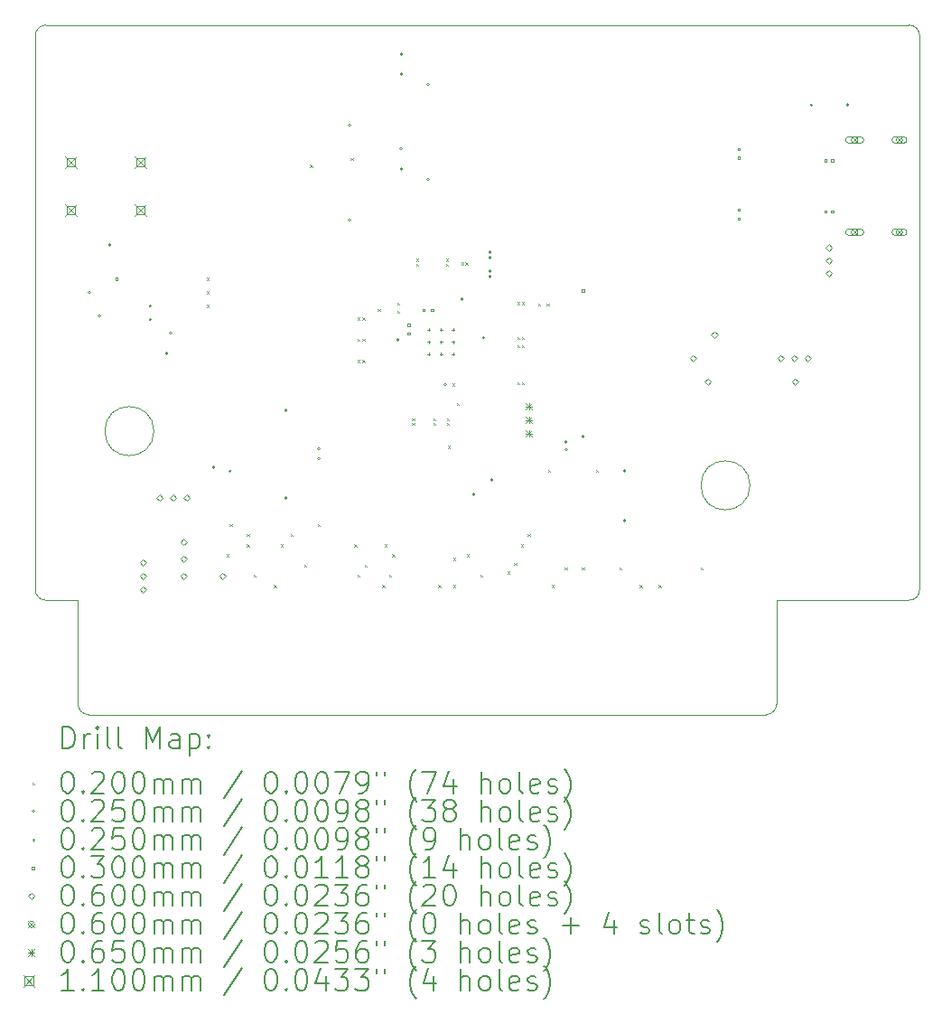
<source format=gbr>
%TF.GenerationSoftware,KiCad,Pcbnew,8.0.5*%
%TF.CreationDate,2024-11-14T03:38:48+01:00*%
%TF.ProjectId,Pico2-MSX,5069636f-322d-44d5-9358-2e6b69636164,0.3*%
%TF.SameCoordinates,Original*%
%TF.FileFunction,Drillmap*%
%TF.FilePolarity,Positive*%
%FSLAX45Y45*%
G04 Gerber Fmt 4.5, Leading zero omitted, Abs format (unit mm)*
G04 Created by KiCad (PCBNEW 8.0.5) date 2024-11-14 03:38:48*
%MOMM*%
%LPD*%
G01*
G04 APERTURE LIST*
%ADD10C,0.100000*%
%ADD11C,0.200000*%
%ADD12C,0.110000*%
G04 APERTURE END LIST*
D10*
X20099250Y-6123000D02*
G75*
G02*
X20199250Y-6223000I0J-100000D01*
G01*
X20199250Y-6223000D02*
X20199250Y-11412250D01*
X12409250Y-12582250D02*
G75*
G02*
X12309250Y-12482250I0J100000D01*
G01*
X20099250Y-11512250D02*
X18859250Y-11512250D01*
X12409250Y-12582250D02*
X18759250Y-12582250D01*
X12009250Y-11512250D02*
X12309250Y-11512250D01*
X20199250Y-11412250D02*
G75*
G02*
X20099250Y-11512250I-100000J0D01*
G01*
X18859250Y-12482250D02*
X18859250Y-11512250D01*
X18608250Y-10435150D02*
G75*
G02*
X18148250Y-10435150I-230000J0D01*
G01*
X18148250Y-10435150D02*
G75*
G02*
X18608250Y-10435150I230000J0D01*
G01*
X12309250Y-12482250D02*
X12309250Y-11512250D01*
X11909250Y-11412250D02*
X11909250Y-6223000D01*
X11909250Y-6223000D02*
G75*
G02*
X12009250Y-6123000I100000J0D01*
G01*
X18859250Y-12482250D02*
G75*
G02*
X18759250Y-12582250I-99990J-10D01*
G01*
X12009250Y-6123000D02*
X20099250Y-6123000D01*
X12009250Y-11512250D02*
G75*
G02*
X11909250Y-11412250I0J100000D01*
G01*
X13020250Y-9927150D02*
G75*
G02*
X12560250Y-9927150I-230000J0D01*
G01*
X12560250Y-9927150D02*
G75*
G02*
X13020250Y-9927150I230000J0D01*
G01*
D11*
D10*
X13517000Y-8491250D02*
X13537000Y-8511250D01*
X13537000Y-8491250D02*
X13517000Y-8511250D01*
X13517000Y-8618250D02*
X13537000Y-8638250D01*
X13537000Y-8618250D02*
X13517000Y-8638250D01*
X13517000Y-8745250D02*
X13537000Y-8765250D01*
X13537000Y-8745250D02*
X13517000Y-8765250D01*
X13701000Y-11082250D02*
X13721000Y-11102250D01*
X13721000Y-11082250D02*
X13701000Y-11102250D01*
X13732750Y-10796500D02*
X13752750Y-10816500D01*
X13752750Y-10796500D02*
X13732750Y-10816500D01*
X13891500Y-10891750D02*
X13911500Y-10911750D01*
X13911500Y-10891750D02*
X13891500Y-10911750D01*
X13891500Y-10987000D02*
X13911500Y-11007000D01*
X13911500Y-10987000D02*
X13891500Y-11007000D01*
X13955000Y-11272650D02*
X13975000Y-11292650D01*
X13975000Y-11272650D02*
X13955000Y-11292650D01*
X14145500Y-11367900D02*
X14165500Y-11387900D01*
X14165500Y-11367900D02*
X14145500Y-11387900D01*
X14209000Y-10987000D02*
X14229000Y-11007000D01*
X14229000Y-10987000D02*
X14209000Y-11007000D01*
X14304250Y-10891750D02*
X14324250Y-10911750D01*
X14324250Y-10891750D02*
X14304250Y-10911750D01*
X14431250Y-11177500D02*
X14451250Y-11197500D01*
X14451250Y-11177500D02*
X14431250Y-11197500D01*
X14484250Y-7431900D02*
X14504250Y-7451900D01*
X14504250Y-7431900D02*
X14484250Y-7451900D01*
X14558250Y-10796500D02*
X14578250Y-10816500D01*
X14578250Y-10796500D02*
X14558250Y-10816500D01*
X14866250Y-7368400D02*
X14886250Y-7388400D01*
X14886250Y-7368400D02*
X14866250Y-7388400D01*
X14898750Y-10987000D02*
X14918750Y-11007000D01*
X14918750Y-10987000D02*
X14898750Y-11007000D01*
X14928750Y-11272750D02*
X14948750Y-11292750D01*
X14948750Y-11272750D02*
X14928750Y-11292750D01*
X14931250Y-8861900D02*
X14951250Y-8881900D01*
X14951250Y-8861900D02*
X14931250Y-8881900D01*
X14931250Y-9061900D02*
X14951250Y-9081900D01*
X14951250Y-9061900D02*
X14931250Y-9081900D01*
X14931250Y-9261900D02*
X14951250Y-9281900D01*
X14951250Y-9261900D02*
X14931250Y-9281900D01*
X14976250Y-8861900D02*
X14996250Y-8881900D01*
X14996250Y-8861900D02*
X14976250Y-8881900D01*
X14976250Y-9061900D02*
X14996250Y-9081900D01*
X14996250Y-9061900D02*
X14976250Y-9081900D01*
X14976250Y-9261900D02*
X14996250Y-9281900D01*
X14996250Y-9261900D02*
X14976250Y-9281900D01*
X14996250Y-11177500D02*
X15016250Y-11197500D01*
X15016250Y-11177500D02*
X14996250Y-11197500D01*
X15121250Y-8781900D02*
X15141250Y-8801900D01*
X15141250Y-8781900D02*
X15121250Y-8801900D01*
X15161500Y-11368000D02*
X15181500Y-11388000D01*
X15181500Y-11368000D02*
X15161500Y-11388000D01*
X15181250Y-10987000D02*
X15201250Y-11007000D01*
X15201250Y-10987000D02*
X15181250Y-11007000D01*
X15225000Y-11272750D02*
X15245000Y-11292750D01*
X15245000Y-11272750D02*
X15225000Y-11292750D01*
X15256750Y-11082250D02*
X15276750Y-11102250D01*
X15276750Y-11082250D02*
X15256750Y-11102250D01*
X15301250Y-8721900D02*
X15321250Y-8741900D01*
X15321250Y-8721900D02*
X15301250Y-8741900D01*
X15301250Y-8801900D02*
X15321250Y-8821900D01*
X15321250Y-8801900D02*
X15301250Y-8821900D01*
X15441250Y-9806900D02*
X15461250Y-9826900D01*
X15461250Y-9806900D02*
X15441250Y-9826900D01*
X15441250Y-9851900D02*
X15461250Y-9871900D01*
X15461250Y-9851900D02*
X15441250Y-9871900D01*
X15481250Y-8311900D02*
X15501250Y-8331900D01*
X15501250Y-8311900D02*
X15481250Y-8331900D01*
X15481250Y-8356900D02*
X15501250Y-8376900D01*
X15501250Y-8356900D02*
X15481250Y-8376900D01*
X15641250Y-9806900D02*
X15661250Y-9826900D01*
X15661250Y-9806900D02*
X15641250Y-9826900D01*
X15641250Y-9851900D02*
X15661250Y-9871900D01*
X15661250Y-9851900D02*
X15641250Y-9871900D01*
X15686250Y-11367900D02*
X15706250Y-11387900D01*
X15706250Y-11367900D02*
X15686250Y-11387900D01*
X15761250Y-8311900D02*
X15781250Y-8331900D01*
X15781250Y-8311900D02*
X15761250Y-8331900D01*
X15761250Y-8356900D02*
X15781250Y-8376900D01*
X15781250Y-8356900D02*
X15761250Y-8376900D01*
X15770250Y-9806900D02*
X15790250Y-9826900D01*
X15790250Y-9806900D02*
X15770250Y-9826900D01*
X15770250Y-9851900D02*
X15790250Y-9871900D01*
X15790250Y-9851900D02*
X15770250Y-9871900D01*
X15778750Y-10066650D02*
X15798750Y-10086650D01*
X15798750Y-10066650D02*
X15778750Y-10086650D01*
X15821250Y-9481900D02*
X15841250Y-9501900D01*
X15841250Y-9481900D02*
X15821250Y-9501900D01*
X15828250Y-11114000D02*
X15848250Y-11134000D01*
X15848250Y-11114000D02*
X15828250Y-11134000D01*
X15828250Y-11368000D02*
X15848250Y-11388000D01*
X15848250Y-11368000D02*
X15828250Y-11388000D01*
X15861250Y-9661900D02*
X15881250Y-9681900D01*
X15881250Y-9661900D02*
X15861250Y-9681900D01*
X15901250Y-8346900D02*
X15921250Y-8366900D01*
X15921250Y-8346900D02*
X15901250Y-8366900D01*
X15941250Y-8346900D02*
X15961250Y-8366900D01*
X15961250Y-8346900D02*
X15941250Y-8366900D01*
X15955250Y-11082150D02*
X15975250Y-11102150D01*
X15975250Y-11082150D02*
X15955250Y-11102150D01*
X16082250Y-11272750D02*
X16102250Y-11292750D01*
X16102250Y-11272750D02*
X16082250Y-11292750D01*
X16336250Y-11241000D02*
X16356250Y-11261000D01*
X16356250Y-11241000D02*
X16336250Y-11261000D01*
X16399750Y-11161525D02*
X16419750Y-11181525D01*
X16419750Y-11161525D02*
X16399750Y-11181525D01*
X16426250Y-8719400D02*
X16446250Y-8739400D01*
X16446250Y-8719400D02*
X16426250Y-8739400D01*
X16426250Y-9044400D02*
X16446250Y-9064400D01*
X16446250Y-9044400D02*
X16426250Y-9064400D01*
X16426250Y-9119400D02*
X16446250Y-9139400D01*
X16446250Y-9119400D02*
X16426250Y-9139400D01*
X16426250Y-9470900D02*
X16446250Y-9490900D01*
X16446250Y-9470900D02*
X16426250Y-9490900D01*
X16463250Y-10989400D02*
X16483250Y-11009400D01*
X16483250Y-10989400D02*
X16463250Y-11009400D01*
X16471250Y-8719400D02*
X16491250Y-8739400D01*
X16491250Y-8719400D02*
X16471250Y-8739400D01*
X16471250Y-9044400D02*
X16491250Y-9064400D01*
X16491250Y-9044400D02*
X16471250Y-9064400D01*
X16471250Y-9119400D02*
X16491250Y-9139400D01*
X16491250Y-9119400D02*
X16471250Y-9139400D01*
X16471250Y-9470900D02*
X16491250Y-9490900D01*
X16491250Y-9470900D02*
X16471250Y-9490900D01*
X16526750Y-10891650D02*
X16546750Y-10911650D01*
X16546750Y-10891650D02*
X16526750Y-10911650D01*
X16622500Y-8731900D02*
X16642500Y-8751900D01*
X16642500Y-8731900D02*
X16622500Y-8751900D01*
X16703750Y-8731900D02*
X16723750Y-8751900D01*
X16723750Y-8731900D02*
X16703750Y-8751900D01*
X16717250Y-10292250D02*
X16737250Y-10312250D01*
X16737250Y-10292250D02*
X16717250Y-10312250D01*
X16749000Y-11367900D02*
X16769000Y-11387900D01*
X16769000Y-11367900D02*
X16749000Y-11387900D01*
X16872554Y-11204054D02*
X16892554Y-11224054D01*
X16892554Y-11204054D02*
X16872554Y-11224054D01*
X17033250Y-11202250D02*
X17053250Y-11222250D01*
X17053250Y-11202250D02*
X17033250Y-11222250D01*
X17163250Y-10292250D02*
X17183250Y-10312250D01*
X17183250Y-10292250D02*
X17163250Y-10312250D01*
X17384000Y-11202250D02*
X17404000Y-11222250D01*
X17404000Y-11202250D02*
X17384000Y-11222250D01*
X17574500Y-11367950D02*
X17594500Y-11387950D01*
X17594500Y-11367950D02*
X17574500Y-11387950D01*
X17752075Y-11368575D02*
X17772075Y-11388575D01*
X17772075Y-11368575D02*
X17752075Y-11388575D01*
X18146000Y-11202250D02*
X18166000Y-11222250D01*
X18166000Y-11202250D02*
X18146000Y-11222250D01*
X12427750Y-8628250D02*
G75*
G02*
X12402750Y-8628250I-12500J0D01*
G01*
X12402750Y-8628250D02*
G75*
G02*
X12427750Y-8628250I12500J0D01*
G01*
X12522750Y-8846750D02*
G75*
G02*
X12497750Y-8846750I-12500J0D01*
G01*
X12497750Y-8846750D02*
G75*
G02*
X12522750Y-8846750I12500J0D01*
G01*
X12618750Y-8183250D02*
G75*
G02*
X12593750Y-8183250I-12500J0D01*
G01*
X12593750Y-8183250D02*
G75*
G02*
X12618750Y-8183250I12500J0D01*
G01*
X12999750Y-8755250D02*
G75*
G02*
X12974750Y-8755250I-12500J0D01*
G01*
X12974750Y-8755250D02*
G75*
G02*
X12999750Y-8755250I12500J0D01*
G01*
X12999750Y-8882250D02*
G75*
G02*
X12974750Y-8882250I-12500J0D01*
G01*
X12974750Y-8882250D02*
G75*
G02*
X12999750Y-8882250I12500J0D01*
G01*
X13154500Y-9199750D02*
G75*
G02*
X13129500Y-9199750I-12500J0D01*
G01*
X13129500Y-9199750D02*
G75*
G02*
X13154500Y-9199750I12500J0D01*
G01*
X13190250Y-9009250D02*
G75*
G02*
X13165250Y-9009250I-12500J0D01*
G01*
X13165250Y-9009250D02*
G75*
G02*
X13190250Y-9009250I12500J0D01*
G01*
X13595750Y-10266650D02*
G75*
G02*
X13570750Y-10266650I-12500J0D01*
G01*
X13570750Y-10266650D02*
G75*
G02*
X13595750Y-10266650I12500J0D01*
G01*
X13747750Y-10301650D02*
G75*
G02*
X13722750Y-10301650I-12500J0D01*
G01*
X13722750Y-10301650D02*
G75*
G02*
X13747750Y-10301650I12500J0D01*
G01*
X14267750Y-9731900D02*
G75*
G02*
X14242750Y-9731900I-12500J0D01*
G01*
X14242750Y-9731900D02*
G75*
G02*
X14267750Y-9731900I12500J0D01*
G01*
X14267750Y-10552500D02*
G75*
G02*
X14242750Y-10552500I-12500J0D01*
G01*
X14242750Y-10552500D02*
G75*
G02*
X14267750Y-10552500I12500J0D01*
G01*
X14580750Y-10092400D02*
G75*
G02*
X14555750Y-10092400I-12500J0D01*
G01*
X14555750Y-10092400D02*
G75*
G02*
X14580750Y-10092400I12500J0D01*
G01*
X14580750Y-10186900D02*
G75*
G02*
X14555750Y-10186900I-12500J0D01*
G01*
X14555750Y-10186900D02*
G75*
G02*
X14580750Y-10186900I12500J0D01*
G01*
X14866500Y-7059900D02*
G75*
G02*
X14841500Y-7059900I-12500J0D01*
G01*
X14841500Y-7059900D02*
G75*
G02*
X14866500Y-7059900I12500J0D01*
G01*
X14866500Y-7948900D02*
G75*
G02*
X14841500Y-7948900I-12500J0D01*
G01*
X14841500Y-7948900D02*
G75*
G02*
X14866500Y-7948900I12500J0D01*
G01*
X15323750Y-9071900D02*
G75*
G02*
X15298750Y-9071900I-12500J0D01*
G01*
X15298750Y-9071900D02*
G75*
G02*
X15323750Y-9071900I12500J0D01*
G01*
X15352750Y-6394150D02*
G75*
G02*
X15327750Y-6394150I-12500J0D01*
G01*
X15327750Y-6394150D02*
G75*
G02*
X15352750Y-6394150I12500J0D01*
G01*
X15352750Y-6584650D02*
G75*
G02*
X15327750Y-6584650I-12500J0D01*
G01*
X15327750Y-6584650D02*
G75*
G02*
X15352750Y-6584650I12500J0D01*
G01*
X15352750Y-7282150D02*
G75*
G02*
X15327750Y-7282150I-12500J0D01*
G01*
X15327750Y-7282150D02*
G75*
G02*
X15352750Y-7282150I12500J0D01*
G01*
X15352750Y-7472650D02*
G75*
G02*
X15327750Y-7472650I-12500J0D01*
G01*
X15327750Y-7472650D02*
G75*
G02*
X15352750Y-7472650I12500J0D01*
G01*
X15603750Y-6678900D02*
G75*
G02*
X15578750Y-6678900I-12500J0D01*
G01*
X15578750Y-6678900D02*
G75*
G02*
X15603750Y-6678900I12500J0D01*
G01*
X15603750Y-7567900D02*
G75*
G02*
X15578750Y-7567900I-12500J0D01*
G01*
X15578750Y-7567900D02*
G75*
G02*
X15603750Y-7567900I12500J0D01*
G01*
X15763750Y-9491900D02*
G75*
G02*
X15738750Y-9491900I-12500J0D01*
G01*
X15738750Y-9491900D02*
G75*
G02*
X15763750Y-9491900I12500J0D01*
G01*
X15923750Y-8691900D02*
G75*
G02*
X15898750Y-8691900I-12500J0D01*
G01*
X15898750Y-8691900D02*
G75*
G02*
X15923750Y-8691900I12500J0D01*
G01*
X16031250Y-10516650D02*
G75*
G02*
X16006250Y-10516650I-12500J0D01*
G01*
X16006250Y-10516650D02*
G75*
G02*
X16031250Y-10516650I12500J0D01*
G01*
X16123750Y-9051900D02*
G75*
G02*
X16098750Y-9051900I-12500J0D01*
G01*
X16098750Y-9051900D02*
G75*
G02*
X16123750Y-9051900I12500J0D01*
G01*
X16183750Y-8253150D02*
G75*
G02*
X16158750Y-8253150I-12500J0D01*
G01*
X16158750Y-8253150D02*
G75*
G02*
X16183750Y-8253150I12500J0D01*
G01*
X16183750Y-8300650D02*
G75*
G02*
X16158750Y-8300650I-12500J0D01*
G01*
X16158750Y-8300650D02*
G75*
G02*
X16183750Y-8300650I12500J0D01*
G01*
X16183750Y-8428775D02*
G75*
G02*
X16158750Y-8428775I-12500J0D01*
G01*
X16158750Y-8428775D02*
G75*
G02*
X16183750Y-8428775I12500J0D01*
G01*
X16183750Y-8476275D02*
G75*
G02*
X16158750Y-8476275I-12500J0D01*
G01*
X16158750Y-8476275D02*
G75*
G02*
X16183750Y-8476275I12500J0D01*
G01*
X16201250Y-10386650D02*
G75*
G02*
X16176250Y-10386650I-12500J0D01*
G01*
X16176250Y-10386650D02*
G75*
G02*
X16201250Y-10386650I12500J0D01*
G01*
X16898500Y-10028525D02*
G75*
G02*
X16873500Y-10028525I-12500J0D01*
G01*
X16873500Y-10028525D02*
G75*
G02*
X16898500Y-10028525I12500J0D01*
G01*
X16898500Y-10101500D02*
G75*
G02*
X16873500Y-10101500I-12500J0D01*
G01*
X16873500Y-10101500D02*
G75*
G02*
X16898500Y-10101500I12500J0D01*
G01*
X17055750Y-9977250D02*
G75*
G02*
X17030750Y-9977250I-12500J0D01*
G01*
X17030750Y-9977250D02*
G75*
G02*
X17055750Y-9977250I12500J0D01*
G01*
X17445750Y-10302250D02*
G75*
G02*
X17420750Y-10302250I-12500J0D01*
G01*
X17420750Y-10302250D02*
G75*
G02*
X17445750Y-10302250I12500J0D01*
G01*
X17445750Y-10764750D02*
G75*
G02*
X17420750Y-10764750I-12500J0D01*
G01*
X17420750Y-10764750D02*
G75*
G02*
X17445750Y-10764750I12500J0D01*
G01*
X19196250Y-6873150D02*
G75*
G02*
X19171250Y-6873150I-12500J0D01*
G01*
X19171250Y-6873150D02*
G75*
G02*
X19196250Y-6873150I12500J0D01*
G01*
X19537500Y-6873150D02*
G75*
G02*
X19512500Y-6873150I-12500J0D01*
G01*
X19512500Y-6873150D02*
G75*
G02*
X19537500Y-6873150I12500J0D01*
G01*
X15597917Y-8966067D02*
X15597917Y-8991067D01*
X15585417Y-8978567D02*
X15610417Y-8978567D01*
X15597917Y-9079400D02*
X15597917Y-9104400D01*
X15585417Y-9091900D02*
X15610417Y-9091900D01*
X15597917Y-9192733D02*
X15597917Y-9217733D01*
X15585417Y-9205233D02*
X15610417Y-9205233D01*
X15711250Y-8966067D02*
X15711250Y-8991067D01*
X15698750Y-8978567D02*
X15723750Y-8978567D01*
X15711250Y-9079400D02*
X15711250Y-9104400D01*
X15698750Y-9091900D02*
X15723750Y-9091900D01*
X15711250Y-9192733D02*
X15711250Y-9217733D01*
X15698750Y-9205233D02*
X15723750Y-9205233D01*
X15824583Y-8966067D02*
X15824583Y-8991067D01*
X15812083Y-8978567D02*
X15837083Y-8978567D01*
X15824583Y-9079400D02*
X15824583Y-9104400D01*
X15812083Y-9091900D02*
X15837083Y-9091900D01*
X15824583Y-9192733D02*
X15824583Y-9217733D01*
X15812083Y-9205233D02*
X15837083Y-9205233D01*
X12680357Y-8511857D02*
X12680357Y-8490643D01*
X12659143Y-8490643D01*
X12659143Y-8511857D01*
X12680357Y-8511857D01*
X15421857Y-8942507D02*
X15421857Y-8921293D01*
X15400643Y-8921293D01*
X15400643Y-8942507D01*
X15421857Y-8942507D01*
X15421857Y-9022507D02*
X15421857Y-9001293D01*
X15400643Y-9001293D01*
X15400643Y-9022507D01*
X15421857Y-9022507D01*
X15561857Y-8802507D02*
X15561857Y-8781293D01*
X15540643Y-8781293D01*
X15540643Y-8802507D01*
X15561857Y-8802507D01*
X15641857Y-8802507D02*
X15641857Y-8781293D01*
X15620643Y-8781293D01*
X15620643Y-8802507D01*
X15641857Y-8802507D01*
X17053857Y-8622507D02*
X17053857Y-8601293D01*
X17032643Y-8601293D01*
X17032643Y-8622507D01*
X17053857Y-8622507D01*
X18515857Y-7296257D02*
X18515857Y-7275043D01*
X18494643Y-7275043D01*
X18494643Y-7296257D01*
X18515857Y-7296257D01*
X18515857Y-7377507D02*
X18515857Y-7356293D01*
X18494643Y-7356293D01*
X18494643Y-7377507D01*
X18515857Y-7377507D01*
X18515857Y-7865007D02*
X18515857Y-7843793D01*
X18494643Y-7843793D01*
X18494643Y-7865007D01*
X18515857Y-7865007D01*
X18515857Y-7946257D02*
X18515857Y-7925043D01*
X18494643Y-7925043D01*
X18494643Y-7946257D01*
X18515857Y-7946257D01*
X19328982Y-7402007D02*
X19328982Y-7380793D01*
X19307768Y-7380793D01*
X19307768Y-7402007D01*
X19328982Y-7402007D01*
X19328982Y-7882007D02*
X19328982Y-7860793D01*
X19307768Y-7860793D01*
X19307768Y-7882007D01*
X19328982Y-7882007D01*
X19388982Y-7402007D02*
X19388982Y-7380793D01*
X19367768Y-7380793D01*
X19367768Y-7402007D01*
X19388982Y-7402007D01*
X19388982Y-7882007D02*
X19388982Y-7860793D01*
X19367768Y-7860793D01*
X19367768Y-7882007D01*
X19388982Y-7882007D01*
X12917250Y-11185750D02*
X12947250Y-11155750D01*
X12917250Y-11125750D01*
X12887250Y-11155750D01*
X12917250Y-11185750D01*
X12917250Y-11312750D02*
X12947250Y-11282750D01*
X12917250Y-11252750D01*
X12887250Y-11282750D01*
X12917250Y-11312750D01*
X12917250Y-11439750D02*
X12947250Y-11409750D01*
X12917250Y-11379750D01*
X12887250Y-11409750D01*
X12917250Y-11439750D01*
X13076000Y-10582500D02*
X13106000Y-10552500D01*
X13076000Y-10522500D01*
X13046000Y-10552500D01*
X13076000Y-10582500D01*
X13203000Y-10582500D02*
X13233000Y-10552500D01*
X13203000Y-10522500D01*
X13173000Y-10552500D01*
X13203000Y-10582500D01*
X13298250Y-10995150D02*
X13328250Y-10965150D01*
X13298250Y-10935150D01*
X13268250Y-10965150D01*
X13298250Y-10995150D01*
X13298250Y-11153900D02*
X13328250Y-11123900D01*
X13298250Y-11093900D01*
X13268250Y-11123900D01*
X13298250Y-11153900D01*
X13298250Y-11312750D02*
X13328250Y-11282750D01*
X13298250Y-11252750D01*
X13268250Y-11282750D01*
X13298250Y-11312750D01*
X13330000Y-10582500D02*
X13360000Y-10552500D01*
X13330000Y-10522500D01*
X13300000Y-10552500D01*
X13330000Y-10582500D01*
X13663375Y-11312650D02*
X13693375Y-11282650D01*
X13663375Y-11252650D01*
X13633375Y-11282650D01*
X13663375Y-11312650D01*
X18075150Y-9271900D02*
X18105150Y-9241900D01*
X18075150Y-9211900D01*
X18045150Y-9241900D01*
X18075150Y-9271900D01*
X18215150Y-9493150D02*
X18245150Y-9463150D01*
X18215150Y-9433150D01*
X18185150Y-9463150D01*
X18215150Y-9493150D01*
X18275150Y-9051900D02*
X18305150Y-9021900D01*
X18275150Y-8991900D01*
X18245150Y-9021900D01*
X18275150Y-9051900D01*
X18893900Y-9271900D02*
X18923900Y-9241900D01*
X18893900Y-9211900D01*
X18863900Y-9241900D01*
X18893900Y-9271900D01*
X19020900Y-9271900D02*
X19050900Y-9241900D01*
X19020900Y-9211900D01*
X18990900Y-9241900D01*
X19020900Y-9271900D01*
X19030250Y-9493150D02*
X19060250Y-9463150D01*
X19030250Y-9433150D01*
X19000250Y-9463150D01*
X19030250Y-9493150D01*
X19147900Y-9271900D02*
X19177900Y-9241900D01*
X19147900Y-9211900D01*
X19117900Y-9241900D01*
X19147900Y-9271900D01*
X19348375Y-8238150D02*
X19378375Y-8208150D01*
X19348375Y-8178150D01*
X19318375Y-8208150D01*
X19348375Y-8238150D01*
X19348375Y-8358150D02*
X19378375Y-8328150D01*
X19348375Y-8298150D01*
X19318375Y-8328150D01*
X19348375Y-8358150D01*
X19348375Y-8478150D02*
X19378375Y-8448150D01*
X19348375Y-8418150D01*
X19318375Y-8448150D01*
X19348375Y-8478150D01*
X19559750Y-7169400D02*
X19619750Y-7229400D01*
X19619750Y-7169400D02*
X19559750Y-7229400D01*
X19619750Y-7199400D02*
G75*
G02*
X19559750Y-7199400I-30000J0D01*
G01*
X19559750Y-7199400D02*
G75*
G02*
X19619750Y-7199400I30000J0D01*
G01*
X19534750Y-7229400D02*
X19644750Y-7229400D01*
X19644750Y-7169400D02*
G75*
G02*
X19644750Y-7229400I0J-30000D01*
G01*
X19644750Y-7169400D02*
X19534750Y-7169400D01*
X19534750Y-7169400D02*
G75*
G03*
X19534750Y-7229400I0J-30000D01*
G01*
X19559750Y-8033400D02*
X19619750Y-8093400D01*
X19619750Y-8033400D02*
X19559750Y-8093400D01*
X19619750Y-8063400D02*
G75*
G02*
X19559750Y-8063400I-30000J0D01*
G01*
X19559750Y-8063400D02*
G75*
G02*
X19619750Y-8063400I30000J0D01*
G01*
X19534750Y-8093400D02*
X19644750Y-8093400D01*
X19644750Y-8033400D02*
G75*
G02*
X19644750Y-8093400I0J-30000D01*
G01*
X19644750Y-8033400D02*
X19534750Y-8033400D01*
X19534750Y-8033400D02*
G75*
G03*
X19534750Y-8093400I0J-30000D01*
G01*
X19979750Y-7169400D02*
X20039750Y-7229400D01*
X20039750Y-7169400D02*
X19979750Y-7229400D01*
X20039750Y-7199400D02*
G75*
G02*
X19979750Y-7199400I-30000J0D01*
G01*
X19979750Y-7199400D02*
G75*
G02*
X20039750Y-7199400I30000J0D01*
G01*
X19969750Y-7229400D02*
X20049750Y-7229400D01*
X20049750Y-7169400D02*
G75*
G02*
X20049750Y-7229400I0J-30000D01*
G01*
X20049750Y-7169400D02*
X19969750Y-7169400D01*
X19969750Y-7169400D02*
G75*
G03*
X19969750Y-7229400I0J-30000D01*
G01*
X19979750Y-8033400D02*
X20039750Y-8093400D01*
X20039750Y-8033400D02*
X19979750Y-8093400D01*
X20039750Y-8063400D02*
G75*
G02*
X19979750Y-8063400I-30000J0D01*
G01*
X19979750Y-8063400D02*
G75*
G02*
X20039750Y-8063400I30000J0D01*
G01*
X19969750Y-8093400D02*
X20049750Y-8093400D01*
X20049750Y-8033400D02*
G75*
G02*
X20049750Y-8093400I0J-30000D01*
G01*
X20049750Y-8033400D02*
X19969750Y-8033400D01*
X19969750Y-8033400D02*
G75*
G03*
X19969750Y-8093400I0J-30000D01*
G01*
X16504250Y-9662650D02*
X16569250Y-9727650D01*
X16569250Y-9662650D02*
X16504250Y-9727650D01*
X16536750Y-9662650D02*
X16536750Y-9727650D01*
X16504250Y-9695150D02*
X16569250Y-9695150D01*
X16504250Y-9789650D02*
X16569250Y-9854650D01*
X16569250Y-9789650D02*
X16504250Y-9854650D01*
X16536750Y-9789650D02*
X16536750Y-9854650D01*
X16504250Y-9822150D02*
X16569250Y-9822150D01*
X16504250Y-9916650D02*
X16569250Y-9981650D01*
X16569250Y-9916650D02*
X16504250Y-9981650D01*
X16536750Y-9916650D02*
X16536750Y-9981650D01*
X16504250Y-9949150D02*
X16569250Y-9949150D01*
D12*
X12188000Y-7351400D02*
X12298000Y-7461400D01*
X12298000Y-7351400D02*
X12188000Y-7461400D01*
X12281891Y-7445291D02*
X12281891Y-7367509D01*
X12204109Y-7367509D01*
X12204109Y-7445291D01*
X12281891Y-7445291D01*
X12188000Y-7801400D02*
X12298000Y-7911400D01*
X12298000Y-7801400D02*
X12188000Y-7911400D01*
X12281891Y-7895291D02*
X12281891Y-7817509D01*
X12204109Y-7817509D01*
X12204109Y-7895291D01*
X12281891Y-7895291D01*
X12838000Y-7351400D02*
X12948000Y-7461400D01*
X12948000Y-7351400D02*
X12838000Y-7461400D01*
X12931891Y-7445291D02*
X12931891Y-7367509D01*
X12854109Y-7367509D01*
X12854109Y-7445291D01*
X12931891Y-7445291D01*
X12838000Y-7801400D02*
X12948000Y-7911400D01*
X12948000Y-7801400D02*
X12838000Y-7911400D01*
X12931891Y-7895291D02*
X12931891Y-7817509D01*
X12854109Y-7817509D01*
X12854109Y-7895291D01*
X12931891Y-7895291D01*
D11*
X12165027Y-12898734D02*
X12165027Y-12698734D01*
X12165027Y-12698734D02*
X12212646Y-12698734D01*
X12212646Y-12698734D02*
X12241217Y-12708258D01*
X12241217Y-12708258D02*
X12260265Y-12727305D01*
X12260265Y-12727305D02*
X12269789Y-12746353D01*
X12269789Y-12746353D02*
X12279312Y-12784448D01*
X12279312Y-12784448D02*
X12279312Y-12813019D01*
X12279312Y-12813019D02*
X12269789Y-12851115D01*
X12269789Y-12851115D02*
X12260265Y-12870162D01*
X12260265Y-12870162D02*
X12241217Y-12889210D01*
X12241217Y-12889210D02*
X12212646Y-12898734D01*
X12212646Y-12898734D02*
X12165027Y-12898734D01*
X12365027Y-12898734D02*
X12365027Y-12765400D01*
X12365027Y-12803496D02*
X12374551Y-12784448D01*
X12374551Y-12784448D02*
X12384074Y-12774924D01*
X12384074Y-12774924D02*
X12403122Y-12765400D01*
X12403122Y-12765400D02*
X12422170Y-12765400D01*
X12488836Y-12898734D02*
X12488836Y-12765400D01*
X12488836Y-12698734D02*
X12479312Y-12708258D01*
X12479312Y-12708258D02*
X12488836Y-12717781D01*
X12488836Y-12717781D02*
X12498360Y-12708258D01*
X12498360Y-12708258D02*
X12488836Y-12698734D01*
X12488836Y-12698734D02*
X12488836Y-12717781D01*
X12612646Y-12898734D02*
X12593598Y-12889210D01*
X12593598Y-12889210D02*
X12584074Y-12870162D01*
X12584074Y-12870162D02*
X12584074Y-12698734D01*
X12717408Y-12898734D02*
X12698360Y-12889210D01*
X12698360Y-12889210D02*
X12688836Y-12870162D01*
X12688836Y-12870162D02*
X12688836Y-12698734D01*
X12945979Y-12898734D02*
X12945979Y-12698734D01*
X12945979Y-12698734D02*
X13012646Y-12841591D01*
X13012646Y-12841591D02*
X13079312Y-12698734D01*
X13079312Y-12698734D02*
X13079312Y-12898734D01*
X13260265Y-12898734D02*
X13260265Y-12793972D01*
X13260265Y-12793972D02*
X13250741Y-12774924D01*
X13250741Y-12774924D02*
X13231693Y-12765400D01*
X13231693Y-12765400D02*
X13193598Y-12765400D01*
X13193598Y-12765400D02*
X13174551Y-12774924D01*
X13260265Y-12889210D02*
X13241217Y-12898734D01*
X13241217Y-12898734D02*
X13193598Y-12898734D01*
X13193598Y-12898734D02*
X13174551Y-12889210D01*
X13174551Y-12889210D02*
X13165027Y-12870162D01*
X13165027Y-12870162D02*
X13165027Y-12851115D01*
X13165027Y-12851115D02*
X13174551Y-12832067D01*
X13174551Y-12832067D02*
X13193598Y-12822543D01*
X13193598Y-12822543D02*
X13241217Y-12822543D01*
X13241217Y-12822543D02*
X13260265Y-12813019D01*
X13355503Y-12765400D02*
X13355503Y-12965400D01*
X13355503Y-12774924D02*
X13374551Y-12765400D01*
X13374551Y-12765400D02*
X13412646Y-12765400D01*
X13412646Y-12765400D02*
X13431693Y-12774924D01*
X13431693Y-12774924D02*
X13441217Y-12784448D01*
X13441217Y-12784448D02*
X13450741Y-12803496D01*
X13450741Y-12803496D02*
X13450741Y-12860638D01*
X13450741Y-12860638D02*
X13441217Y-12879686D01*
X13441217Y-12879686D02*
X13431693Y-12889210D01*
X13431693Y-12889210D02*
X13412646Y-12898734D01*
X13412646Y-12898734D02*
X13374551Y-12898734D01*
X13374551Y-12898734D02*
X13355503Y-12889210D01*
X13536455Y-12879686D02*
X13545979Y-12889210D01*
X13545979Y-12889210D02*
X13536455Y-12898734D01*
X13536455Y-12898734D02*
X13526932Y-12889210D01*
X13526932Y-12889210D02*
X13536455Y-12879686D01*
X13536455Y-12879686D02*
X13536455Y-12898734D01*
X13536455Y-12774924D02*
X13545979Y-12784448D01*
X13545979Y-12784448D02*
X13536455Y-12793972D01*
X13536455Y-12793972D02*
X13526932Y-12784448D01*
X13526932Y-12784448D02*
X13536455Y-12774924D01*
X13536455Y-12774924D02*
X13536455Y-12793972D01*
D10*
X11884250Y-13217250D02*
X11904250Y-13237250D01*
X11904250Y-13217250D02*
X11884250Y-13237250D01*
D11*
X12203122Y-13118734D02*
X12222170Y-13118734D01*
X12222170Y-13118734D02*
X12241217Y-13128258D01*
X12241217Y-13128258D02*
X12250741Y-13137781D01*
X12250741Y-13137781D02*
X12260265Y-13156829D01*
X12260265Y-13156829D02*
X12269789Y-13194924D01*
X12269789Y-13194924D02*
X12269789Y-13242543D01*
X12269789Y-13242543D02*
X12260265Y-13280638D01*
X12260265Y-13280638D02*
X12250741Y-13299686D01*
X12250741Y-13299686D02*
X12241217Y-13309210D01*
X12241217Y-13309210D02*
X12222170Y-13318734D01*
X12222170Y-13318734D02*
X12203122Y-13318734D01*
X12203122Y-13318734D02*
X12184074Y-13309210D01*
X12184074Y-13309210D02*
X12174551Y-13299686D01*
X12174551Y-13299686D02*
X12165027Y-13280638D01*
X12165027Y-13280638D02*
X12155503Y-13242543D01*
X12155503Y-13242543D02*
X12155503Y-13194924D01*
X12155503Y-13194924D02*
X12165027Y-13156829D01*
X12165027Y-13156829D02*
X12174551Y-13137781D01*
X12174551Y-13137781D02*
X12184074Y-13128258D01*
X12184074Y-13128258D02*
X12203122Y-13118734D01*
X12355503Y-13299686D02*
X12365027Y-13309210D01*
X12365027Y-13309210D02*
X12355503Y-13318734D01*
X12355503Y-13318734D02*
X12345979Y-13309210D01*
X12345979Y-13309210D02*
X12355503Y-13299686D01*
X12355503Y-13299686D02*
X12355503Y-13318734D01*
X12441217Y-13137781D02*
X12450741Y-13128258D01*
X12450741Y-13128258D02*
X12469789Y-13118734D01*
X12469789Y-13118734D02*
X12517408Y-13118734D01*
X12517408Y-13118734D02*
X12536455Y-13128258D01*
X12536455Y-13128258D02*
X12545979Y-13137781D01*
X12545979Y-13137781D02*
X12555503Y-13156829D01*
X12555503Y-13156829D02*
X12555503Y-13175877D01*
X12555503Y-13175877D02*
X12545979Y-13204448D01*
X12545979Y-13204448D02*
X12431693Y-13318734D01*
X12431693Y-13318734D02*
X12555503Y-13318734D01*
X12679312Y-13118734D02*
X12698360Y-13118734D01*
X12698360Y-13118734D02*
X12717408Y-13128258D01*
X12717408Y-13128258D02*
X12726932Y-13137781D01*
X12726932Y-13137781D02*
X12736455Y-13156829D01*
X12736455Y-13156829D02*
X12745979Y-13194924D01*
X12745979Y-13194924D02*
X12745979Y-13242543D01*
X12745979Y-13242543D02*
X12736455Y-13280638D01*
X12736455Y-13280638D02*
X12726932Y-13299686D01*
X12726932Y-13299686D02*
X12717408Y-13309210D01*
X12717408Y-13309210D02*
X12698360Y-13318734D01*
X12698360Y-13318734D02*
X12679312Y-13318734D01*
X12679312Y-13318734D02*
X12660265Y-13309210D01*
X12660265Y-13309210D02*
X12650741Y-13299686D01*
X12650741Y-13299686D02*
X12641217Y-13280638D01*
X12641217Y-13280638D02*
X12631693Y-13242543D01*
X12631693Y-13242543D02*
X12631693Y-13194924D01*
X12631693Y-13194924D02*
X12641217Y-13156829D01*
X12641217Y-13156829D02*
X12650741Y-13137781D01*
X12650741Y-13137781D02*
X12660265Y-13128258D01*
X12660265Y-13128258D02*
X12679312Y-13118734D01*
X12869789Y-13118734D02*
X12888836Y-13118734D01*
X12888836Y-13118734D02*
X12907884Y-13128258D01*
X12907884Y-13128258D02*
X12917408Y-13137781D01*
X12917408Y-13137781D02*
X12926932Y-13156829D01*
X12926932Y-13156829D02*
X12936455Y-13194924D01*
X12936455Y-13194924D02*
X12936455Y-13242543D01*
X12936455Y-13242543D02*
X12926932Y-13280638D01*
X12926932Y-13280638D02*
X12917408Y-13299686D01*
X12917408Y-13299686D02*
X12907884Y-13309210D01*
X12907884Y-13309210D02*
X12888836Y-13318734D01*
X12888836Y-13318734D02*
X12869789Y-13318734D01*
X12869789Y-13318734D02*
X12850741Y-13309210D01*
X12850741Y-13309210D02*
X12841217Y-13299686D01*
X12841217Y-13299686D02*
X12831693Y-13280638D01*
X12831693Y-13280638D02*
X12822170Y-13242543D01*
X12822170Y-13242543D02*
X12822170Y-13194924D01*
X12822170Y-13194924D02*
X12831693Y-13156829D01*
X12831693Y-13156829D02*
X12841217Y-13137781D01*
X12841217Y-13137781D02*
X12850741Y-13128258D01*
X12850741Y-13128258D02*
X12869789Y-13118734D01*
X13022170Y-13318734D02*
X13022170Y-13185400D01*
X13022170Y-13204448D02*
X13031693Y-13194924D01*
X13031693Y-13194924D02*
X13050741Y-13185400D01*
X13050741Y-13185400D02*
X13079313Y-13185400D01*
X13079313Y-13185400D02*
X13098360Y-13194924D01*
X13098360Y-13194924D02*
X13107884Y-13213972D01*
X13107884Y-13213972D02*
X13107884Y-13318734D01*
X13107884Y-13213972D02*
X13117408Y-13194924D01*
X13117408Y-13194924D02*
X13136455Y-13185400D01*
X13136455Y-13185400D02*
X13165027Y-13185400D01*
X13165027Y-13185400D02*
X13184074Y-13194924D01*
X13184074Y-13194924D02*
X13193598Y-13213972D01*
X13193598Y-13213972D02*
X13193598Y-13318734D01*
X13288836Y-13318734D02*
X13288836Y-13185400D01*
X13288836Y-13204448D02*
X13298360Y-13194924D01*
X13298360Y-13194924D02*
X13317408Y-13185400D01*
X13317408Y-13185400D02*
X13345979Y-13185400D01*
X13345979Y-13185400D02*
X13365027Y-13194924D01*
X13365027Y-13194924D02*
X13374551Y-13213972D01*
X13374551Y-13213972D02*
X13374551Y-13318734D01*
X13374551Y-13213972D02*
X13384074Y-13194924D01*
X13384074Y-13194924D02*
X13403122Y-13185400D01*
X13403122Y-13185400D02*
X13431693Y-13185400D01*
X13431693Y-13185400D02*
X13450741Y-13194924D01*
X13450741Y-13194924D02*
X13460265Y-13213972D01*
X13460265Y-13213972D02*
X13460265Y-13318734D01*
X13850741Y-13109210D02*
X13679313Y-13366353D01*
X14107884Y-13118734D02*
X14126932Y-13118734D01*
X14126932Y-13118734D02*
X14145979Y-13128258D01*
X14145979Y-13128258D02*
X14155503Y-13137781D01*
X14155503Y-13137781D02*
X14165027Y-13156829D01*
X14165027Y-13156829D02*
X14174551Y-13194924D01*
X14174551Y-13194924D02*
X14174551Y-13242543D01*
X14174551Y-13242543D02*
X14165027Y-13280638D01*
X14165027Y-13280638D02*
X14155503Y-13299686D01*
X14155503Y-13299686D02*
X14145979Y-13309210D01*
X14145979Y-13309210D02*
X14126932Y-13318734D01*
X14126932Y-13318734D02*
X14107884Y-13318734D01*
X14107884Y-13318734D02*
X14088836Y-13309210D01*
X14088836Y-13309210D02*
X14079313Y-13299686D01*
X14079313Y-13299686D02*
X14069789Y-13280638D01*
X14069789Y-13280638D02*
X14060265Y-13242543D01*
X14060265Y-13242543D02*
X14060265Y-13194924D01*
X14060265Y-13194924D02*
X14069789Y-13156829D01*
X14069789Y-13156829D02*
X14079313Y-13137781D01*
X14079313Y-13137781D02*
X14088836Y-13128258D01*
X14088836Y-13128258D02*
X14107884Y-13118734D01*
X14260265Y-13299686D02*
X14269789Y-13309210D01*
X14269789Y-13309210D02*
X14260265Y-13318734D01*
X14260265Y-13318734D02*
X14250741Y-13309210D01*
X14250741Y-13309210D02*
X14260265Y-13299686D01*
X14260265Y-13299686D02*
X14260265Y-13318734D01*
X14393598Y-13118734D02*
X14412646Y-13118734D01*
X14412646Y-13118734D02*
X14431694Y-13128258D01*
X14431694Y-13128258D02*
X14441217Y-13137781D01*
X14441217Y-13137781D02*
X14450741Y-13156829D01*
X14450741Y-13156829D02*
X14460265Y-13194924D01*
X14460265Y-13194924D02*
X14460265Y-13242543D01*
X14460265Y-13242543D02*
X14450741Y-13280638D01*
X14450741Y-13280638D02*
X14441217Y-13299686D01*
X14441217Y-13299686D02*
X14431694Y-13309210D01*
X14431694Y-13309210D02*
X14412646Y-13318734D01*
X14412646Y-13318734D02*
X14393598Y-13318734D01*
X14393598Y-13318734D02*
X14374551Y-13309210D01*
X14374551Y-13309210D02*
X14365027Y-13299686D01*
X14365027Y-13299686D02*
X14355503Y-13280638D01*
X14355503Y-13280638D02*
X14345979Y-13242543D01*
X14345979Y-13242543D02*
X14345979Y-13194924D01*
X14345979Y-13194924D02*
X14355503Y-13156829D01*
X14355503Y-13156829D02*
X14365027Y-13137781D01*
X14365027Y-13137781D02*
X14374551Y-13128258D01*
X14374551Y-13128258D02*
X14393598Y-13118734D01*
X14584075Y-13118734D02*
X14603122Y-13118734D01*
X14603122Y-13118734D02*
X14622170Y-13128258D01*
X14622170Y-13128258D02*
X14631694Y-13137781D01*
X14631694Y-13137781D02*
X14641217Y-13156829D01*
X14641217Y-13156829D02*
X14650741Y-13194924D01*
X14650741Y-13194924D02*
X14650741Y-13242543D01*
X14650741Y-13242543D02*
X14641217Y-13280638D01*
X14641217Y-13280638D02*
X14631694Y-13299686D01*
X14631694Y-13299686D02*
X14622170Y-13309210D01*
X14622170Y-13309210D02*
X14603122Y-13318734D01*
X14603122Y-13318734D02*
X14584075Y-13318734D01*
X14584075Y-13318734D02*
X14565027Y-13309210D01*
X14565027Y-13309210D02*
X14555503Y-13299686D01*
X14555503Y-13299686D02*
X14545979Y-13280638D01*
X14545979Y-13280638D02*
X14536456Y-13242543D01*
X14536456Y-13242543D02*
X14536456Y-13194924D01*
X14536456Y-13194924D02*
X14545979Y-13156829D01*
X14545979Y-13156829D02*
X14555503Y-13137781D01*
X14555503Y-13137781D02*
X14565027Y-13128258D01*
X14565027Y-13128258D02*
X14584075Y-13118734D01*
X14717408Y-13118734D02*
X14850741Y-13118734D01*
X14850741Y-13118734D02*
X14765027Y-13318734D01*
X14936456Y-13318734D02*
X14974551Y-13318734D01*
X14974551Y-13318734D02*
X14993598Y-13309210D01*
X14993598Y-13309210D02*
X15003122Y-13299686D01*
X15003122Y-13299686D02*
X15022170Y-13271115D01*
X15022170Y-13271115D02*
X15031694Y-13233019D01*
X15031694Y-13233019D02*
X15031694Y-13156829D01*
X15031694Y-13156829D02*
X15022170Y-13137781D01*
X15022170Y-13137781D02*
X15012646Y-13128258D01*
X15012646Y-13128258D02*
X14993598Y-13118734D01*
X14993598Y-13118734D02*
X14955503Y-13118734D01*
X14955503Y-13118734D02*
X14936456Y-13128258D01*
X14936456Y-13128258D02*
X14926932Y-13137781D01*
X14926932Y-13137781D02*
X14917408Y-13156829D01*
X14917408Y-13156829D02*
X14917408Y-13204448D01*
X14917408Y-13204448D02*
X14926932Y-13223496D01*
X14926932Y-13223496D02*
X14936456Y-13233019D01*
X14936456Y-13233019D02*
X14955503Y-13242543D01*
X14955503Y-13242543D02*
X14993598Y-13242543D01*
X14993598Y-13242543D02*
X15012646Y-13233019D01*
X15012646Y-13233019D02*
X15022170Y-13223496D01*
X15022170Y-13223496D02*
X15031694Y-13204448D01*
X15107884Y-13118734D02*
X15107884Y-13156829D01*
X15184075Y-13118734D02*
X15184075Y-13156829D01*
X15479313Y-13394924D02*
X15469789Y-13385400D01*
X15469789Y-13385400D02*
X15450741Y-13356829D01*
X15450741Y-13356829D02*
X15441218Y-13337781D01*
X15441218Y-13337781D02*
X15431694Y-13309210D01*
X15431694Y-13309210D02*
X15422170Y-13261591D01*
X15422170Y-13261591D02*
X15422170Y-13223496D01*
X15422170Y-13223496D02*
X15431694Y-13175877D01*
X15431694Y-13175877D02*
X15441218Y-13147305D01*
X15441218Y-13147305D02*
X15450741Y-13128258D01*
X15450741Y-13128258D02*
X15469789Y-13099686D01*
X15469789Y-13099686D02*
X15479313Y-13090162D01*
X15536456Y-13118734D02*
X15669789Y-13118734D01*
X15669789Y-13118734D02*
X15584075Y-13318734D01*
X15831694Y-13185400D02*
X15831694Y-13318734D01*
X15784075Y-13109210D02*
X15736456Y-13252067D01*
X15736456Y-13252067D02*
X15860265Y-13252067D01*
X16088837Y-13318734D02*
X16088837Y-13118734D01*
X16174551Y-13318734D02*
X16174551Y-13213972D01*
X16174551Y-13213972D02*
X16165027Y-13194924D01*
X16165027Y-13194924D02*
X16145980Y-13185400D01*
X16145980Y-13185400D02*
X16117408Y-13185400D01*
X16117408Y-13185400D02*
X16098360Y-13194924D01*
X16098360Y-13194924D02*
X16088837Y-13204448D01*
X16298360Y-13318734D02*
X16279313Y-13309210D01*
X16279313Y-13309210D02*
X16269789Y-13299686D01*
X16269789Y-13299686D02*
X16260265Y-13280638D01*
X16260265Y-13280638D02*
X16260265Y-13223496D01*
X16260265Y-13223496D02*
X16269789Y-13204448D01*
X16269789Y-13204448D02*
X16279313Y-13194924D01*
X16279313Y-13194924D02*
X16298360Y-13185400D01*
X16298360Y-13185400D02*
X16326932Y-13185400D01*
X16326932Y-13185400D02*
X16345980Y-13194924D01*
X16345980Y-13194924D02*
X16355503Y-13204448D01*
X16355503Y-13204448D02*
X16365027Y-13223496D01*
X16365027Y-13223496D02*
X16365027Y-13280638D01*
X16365027Y-13280638D02*
X16355503Y-13299686D01*
X16355503Y-13299686D02*
X16345980Y-13309210D01*
X16345980Y-13309210D02*
X16326932Y-13318734D01*
X16326932Y-13318734D02*
X16298360Y-13318734D01*
X16479313Y-13318734D02*
X16460265Y-13309210D01*
X16460265Y-13309210D02*
X16450741Y-13290162D01*
X16450741Y-13290162D02*
X16450741Y-13118734D01*
X16631694Y-13309210D02*
X16612646Y-13318734D01*
X16612646Y-13318734D02*
X16574551Y-13318734D01*
X16574551Y-13318734D02*
X16555503Y-13309210D01*
X16555503Y-13309210D02*
X16545980Y-13290162D01*
X16545980Y-13290162D02*
X16545980Y-13213972D01*
X16545980Y-13213972D02*
X16555503Y-13194924D01*
X16555503Y-13194924D02*
X16574551Y-13185400D01*
X16574551Y-13185400D02*
X16612646Y-13185400D01*
X16612646Y-13185400D02*
X16631694Y-13194924D01*
X16631694Y-13194924D02*
X16641218Y-13213972D01*
X16641218Y-13213972D02*
X16641218Y-13233019D01*
X16641218Y-13233019D02*
X16545980Y-13252067D01*
X16717408Y-13309210D02*
X16736456Y-13318734D01*
X16736456Y-13318734D02*
X16774551Y-13318734D01*
X16774551Y-13318734D02*
X16793599Y-13309210D01*
X16793599Y-13309210D02*
X16803123Y-13290162D01*
X16803123Y-13290162D02*
X16803123Y-13280638D01*
X16803123Y-13280638D02*
X16793599Y-13261591D01*
X16793599Y-13261591D02*
X16774551Y-13252067D01*
X16774551Y-13252067D02*
X16745980Y-13252067D01*
X16745980Y-13252067D02*
X16726932Y-13242543D01*
X16726932Y-13242543D02*
X16717408Y-13223496D01*
X16717408Y-13223496D02*
X16717408Y-13213972D01*
X16717408Y-13213972D02*
X16726932Y-13194924D01*
X16726932Y-13194924D02*
X16745980Y-13185400D01*
X16745980Y-13185400D02*
X16774551Y-13185400D01*
X16774551Y-13185400D02*
X16793599Y-13194924D01*
X16869789Y-13394924D02*
X16879313Y-13385400D01*
X16879313Y-13385400D02*
X16898361Y-13356829D01*
X16898361Y-13356829D02*
X16907884Y-13337781D01*
X16907884Y-13337781D02*
X16917408Y-13309210D01*
X16917408Y-13309210D02*
X16926932Y-13261591D01*
X16926932Y-13261591D02*
X16926932Y-13223496D01*
X16926932Y-13223496D02*
X16917408Y-13175877D01*
X16917408Y-13175877D02*
X16907884Y-13147305D01*
X16907884Y-13147305D02*
X16898361Y-13128258D01*
X16898361Y-13128258D02*
X16879313Y-13099686D01*
X16879313Y-13099686D02*
X16869789Y-13090162D01*
D10*
X11904250Y-13491250D02*
G75*
G02*
X11879250Y-13491250I-12500J0D01*
G01*
X11879250Y-13491250D02*
G75*
G02*
X11904250Y-13491250I12500J0D01*
G01*
D11*
X12203122Y-13382734D02*
X12222170Y-13382734D01*
X12222170Y-13382734D02*
X12241217Y-13392258D01*
X12241217Y-13392258D02*
X12250741Y-13401781D01*
X12250741Y-13401781D02*
X12260265Y-13420829D01*
X12260265Y-13420829D02*
X12269789Y-13458924D01*
X12269789Y-13458924D02*
X12269789Y-13506543D01*
X12269789Y-13506543D02*
X12260265Y-13544638D01*
X12260265Y-13544638D02*
X12250741Y-13563686D01*
X12250741Y-13563686D02*
X12241217Y-13573210D01*
X12241217Y-13573210D02*
X12222170Y-13582734D01*
X12222170Y-13582734D02*
X12203122Y-13582734D01*
X12203122Y-13582734D02*
X12184074Y-13573210D01*
X12184074Y-13573210D02*
X12174551Y-13563686D01*
X12174551Y-13563686D02*
X12165027Y-13544638D01*
X12165027Y-13544638D02*
X12155503Y-13506543D01*
X12155503Y-13506543D02*
X12155503Y-13458924D01*
X12155503Y-13458924D02*
X12165027Y-13420829D01*
X12165027Y-13420829D02*
X12174551Y-13401781D01*
X12174551Y-13401781D02*
X12184074Y-13392258D01*
X12184074Y-13392258D02*
X12203122Y-13382734D01*
X12355503Y-13563686D02*
X12365027Y-13573210D01*
X12365027Y-13573210D02*
X12355503Y-13582734D01*
X12355503Y-13582734D02*
X12345979Y-13573210D01*
X12345979Y-13573210D02*
X12355503Y-13563686D01*
X12355503Y-13563686D02*
X12355503Y-13582734D01*
X12441217Y-13401781D02*
X12450741Y-13392258D01*
X12450741Y-13392258D02*
X12469789Y-13382734D01*
X12469789Y-13382734D02*
X12517408Y-13382734D01*
X12517408Y-13382734D02*
X12536455Y-13392258D01*
X12536455Y-13392258D02*
X12545979Y-13401781D01*
X12545979Y-13401781D02*
X12555503Y-13420829D01*
X12555503Y-13420829D02*
X12555503Y-13439877D01*
X12555503Y-13439877D02*
X12545979Y-13468448D01*
X12545979Y-13468448D02*
X12431693Y-13582734D01*
X12431693Y-13582734D02*
X12555503Y-13582734D01*
X12736455Y-13382734D02*
X12641217Y-13382734D01*
X12641217Y-13382734D02*
X12631693Y-13477972D01*
X12631693Y-13477972D02*
X12641217Y-13468448D01*
X12641217Y-13468448D02*
X12660265Y-13458924D01*
X12660265Y-13458924D02*
X12707884Y-13458924D01*
X12707884Y-13458924D02*
X12726932Y-13468448D01*
X12726932Y-13468448D02*
X12736455Y-13477972D01*
X12736455Y-13477972D02*
X12745979Y-13497019D01*
X12745979Y-13497019D02*
X12745979Y-13544638D01*
X12745979Y-13544638D02*
X12736455Y-13563686D01*
X12736455Y-13563686D02*
X12726932Y-13573210D01*
X12726932Y-13573210D02*
X12707884Y-13582734D01*
X12707884Y-13582734D02*
X12660265Y-13582734D01*
X12660265Y-13582734D02*
X12641217Y-13573210D01*
X12641217Y-13573210D02*
X12631693Y-13563686D01*
X12869789Y-13382734D02*
X12888836Y-13382734D01*
X12888836Y-13382734D02*
X12907884Y-13392258D01*
X12907884Y-13392258D02*
X12917408Y-13401781D01*
X12917408Y-13401781D02*
X12926932Y-13420829D01*
X12926932Y-13420829D02*
X12936455Y-13458924D01*
X12936455Y-13458924D02*
X12936455Y-13506543D01*
X12936455Y-13506543D02*
X12926932Y-13544638D01*
X12926932Y-13544638D02*
X12917408Y-13563686D01*
X12917408Y-13563686D02*
X12907884Y-13573210D01*
X12907884Y-13573210D02*
X12888836Y-13582734D01*
X12888836Y-13582734D02*
X12869789Y-13582734D01*
X12869789Y-13582734D02*
X12850741Y-13573210D01*
X12850741Y-13573210D02*
X12841217Y-13563686D01*
X12841217Y-13563686D02*
X12831693Y-13544638D01*
X12831693Y-13544638D02*
X12822170Y-13506543D01*
X12822170Y-13506543D02*
X12822170Y-13458924D01*
X12822170Y-13458924D02*
X12831693Y-13420829D01*
X12831693Y-13420829D02*
X12841217Y-13401781D01*
X12841217Y-13401781D02*
X12850741Y-13392258D01*
X12850741Y-13392258D02*
X12869789Y-13382734D01*
X13022170Y-13582734D02*
X13022170Y-13449400D01*
X13022170Y-13468448D02*
X13031693Y-13458924D01*
X13031693Y-13458924D02*
X13050741Y-13449400D01*
X13050741Y-13449400D02*
X13079313Y-13449400D01*
X13079313Y-13449400D02*
X13098360Y-13458924D01*
X13098360Y-13458924D02*
X13107884Y-13477972D01*
X13107884Y-13477972D02*
X13107884Y-13582734D01*
X13107884Y-13477972D02*
X13117408Y-13458924D01*
X13117408Y-13458924D02*
X13136455Y-13449400D01*
X13136455Y-13449400D02*
X13165027Y-13449400D01*
X13165027Y-13449400D02*
X13184074Y-13458924D01*
X13184074Y-13458924D02*
X13193598Y-13477972D01*
X13193598Y-13477972D02*
X13193598Y-13582734D01*
X13288836Y-13582734D02*
X13288836Y-13449400D01*
X13288836Y-13468448D02*
X13298360Y-13458924D01*
X13298360Y-13458924D02*
X13317408Y-13449400D01*
X13317408Y-13449400D02*
X13345979Y-13449400D01*
X13345979Y-13449400D02*
X13365027Y-13458924D01*
X13365027Y-13458924D02*
X13374551Y-13477972D01*
X13374551Y-13477972D02*
X13374551Y-13582734D01*
X13374551Y-13477972D02*
X13384074Y-13458924D01*
X13384074Y-13458924D02*
X13403122Y-13449400D01*
X13403122Y-13449400D02*
X13431693Y-13449400D01*
X13431693Y-13449400D02*
X13450741Y-13458924D01*
X13450741Y-13458924D02*
X13460265Y-13477972D01*
X13460265Y-13477972D02*
X13460265Y-13582734D01*
X13850741Y-13373210D02*
X13679313Y-13630353D01*
X14107884Y-13382734D02*
X14126932Y-13382734D01*
X14126932Y-13382734D02*
X14145979Y-13392258D01*
X14145979Y-13392258D02*
X14155503Y-13401781D01*
X14155503Y-13401781D02*
X14165027Y-13420829D01*
X14165027Y-13420829D02*
X14174551Y-13458924D01*
X14174551Y-13458924D02*
X14174551Y-13506543D01*
X14174551Y-13506543D02*
X14165027Y-13544638D01*
X14165027Y-13544638D02*
X14155503Y-13563686D01*
X14155503Y-13563686D02*
X14145979Y-13573210D01*
X14145979Y-13573210D02*
X14126932Y-13582734D01*
X14126932Y-13582734D02*
X14107884Y-13582734D01*
X14107884Y-13582734D02*
X14088836Y-13573210D01*
X14088836Y-13573210D02*
X14079313Y-13563686D01*
X14079313Y-13563686D02*
X14069789Y-13544638D01*
X14069789Y-13544638D02*
X14060265Y-13506543D01*
X14060265Y-13506543D02*
X14060265Y-13458924D01*
X14060265Y-13458924D02*
X14069789Y-13420829D01*
X14069789Y-13420829D02*
X14079313Y-13401781D01*
X14079313Y-13401781D02*
X14088836Y-13392258D01*
X14088836Y-13392258D02*
X14107884Y-13382734D01*
X14260265Y-13563686D02*
X14269789Y-13573210D01*
X14269789Y-13573210D02*
X14260265Y-13582734D01*
X14260265Y-13582734D02*
X14250741Y-13573210D01*
X14250741Y-13573210D02*
X14260265Y-13563686D01*
X14260265Y-13563686D02*
X14260265Y-13582734D01*
X14393598Y-13382734D02*
X14412646Y-13382734D01*
X14412646Y-13382734D02*
X14431694Y-13392258D01*
X14431694Y-13392258D02*
X14441217Y-13401781D01*
X14441217Y-13401781D02*
X14450741Y-13420829D01*
X14450741Y-13420829D02*
X14460265Y-13458924D01*
X14460265Y-13458924D02*
X14460265Y-13506543D01*
X14460265Y-13506543D02*
X14450741Y-13544638D01*
X14450741Y-13544638D02*
X14441217Y-13563686D01*
X14441217Y-13563686D02*
X14431694Y-13573210D01*
X14431694Y-13573210D02*
X14412646Y-13582734D01*
X14412646Y-13582734D02*
X14393598Y-13582734D01*
X14393598Y-13582734D02*
X14374551Y-13573210D01*
X14374551Y-13573210D02*
X14365027Y-13563686D01*
X14365027Y-13563686D02*
X14355503Y-13544638D01*
X14355503Y-13544638D02*
X14345979Y-13506543D01*
X14345979Y-13506543D02*
X14345979Y-13458924D01*
X14345979Y-13458924D02*
X14355503Y-13420829D01*
X14355503Y-13420829D02*
X14365027Y-13401781D01*
X14365027Y-13401781D02*
X14374551Y-13392258D01*
X14374551Y-13392258D02*
X14393598Y-13382734D01*
X14584075Y-13382734D02*
X14603122Y-13382734D01*
X14603122Y-13382734D02*
X14622170Y-13392258D01*
X14622170Y-13392258D02*
X14631694Y-13401781D01*
X14631694Y-13401781D02*
X14641217Y-13420829D01*
X14641217Y-13420829D02*
X14650741Y-13458924D01*
X14650741Y-13458924D02*
X14650741Y-13506543D01*
X14650741Y-13506543D02*
X14641217Y-13544638D01*
X14641217Y-13544638D02*
X14631694Y-13563686D01*
X14631694Y-13563686D02*
X14622170Y-13573210D01*
X14622170Y-13573210D02*
X14603122Y-13582734D01*
X14603122Y-13582734D02*
X14584075Y-13582734D01*
X14584075Y-13582734D02*
X14565027Y-13573210D01*
X14565027Y-13573210D02*
X14555503Y-13563686D01*
X14555503Y-13563686D02*
X14545979Y-13544638D01*
X14545979Y-13544638D02*
X14536456Y-13506543D01*
X14536456Y-13506543D02*
X14536456Y-13458924D01*
X14536456Y-13458924D02*
X14545979Y-13420829D01*
X14545979Y-13420829D02*
X14555503Y-13401781D01*
X14555503Y-13401781D02*
X14565027Y-13392258D01*
X14565027Y-13392258D02*
X14584075Y-13382734D01*
X14745979Y-13582734D02*
X14784075Y-13582734D01*
X14784075Y-13582734D02*
X14803122Y-13573210D01*
X14803122Y-13573210D02*
X14812646Y-13563686D01*
X14812646Y-13563686D02*
X14831694Y-13535115D01*
X14831694Y-13535115D02*
X14841217Y-13497019D01*
X14841217Y-13497019D02*
X14841217Y-13420829D01*
X14841217Y-13420829D02*
X14831694Y-13401781D01*
X14831694Y-13401781D02*
X14822170Y-13392258D01*
X14822170Y-13392258D02*
X14803122Y-13382734D01*
X14803122Y-13382734D02*
X14765027Y-13382734D01*
X14765027Y-13382734D02*
X14745979Y-13392258D01*
X14745979Y-13392258D02*
X14736456Y-13401781D01*
X14736456Y-13401781D02*
X14726932Y-13420829D01*
X14726932Y-13420829D02*
X14726932Y-13468448D01*
X14726932Y-13468448D02*
X14736456Y-13487496D01*
X14736456Y-13487496D02*
X14745979Y-13497019D01*
X14745979Y-13497019D02*
X14765027Y-13506543D01*
X14765027Y-13506543D02*
X14803122Y-13506543D01*
X14803122Y-13506543D02*
X14822170Y-13497019D01*
X14822170Y-13497019D02*
X14831694Y-13487496D01*
X14831694Y-13487496D02*
X14841217Y-13468448D01*
X14955503Y-13468448D02*
X14936456Y-13458924D01*
X14936456Y-13458924D02*
X14926932Y-13449400D01*
X14926932Y-13449400D02*
X14917408Y-13430353D01*
X14917408Y-13430353D02*
X14917408Y-13420829D01*
X14917408Y-13420829D02*
X14926932Y-13401781D01*
X14926932Y-13401781D02*
X14936456Y-13392258D01*
X14936456Y-13392258D02*
X14955503Y-13382734D01*
X14955503Y-13382734D02*
X14993598Y-13382734D01*
X14993598Y-13382734D02*
X15012646Y-13392258D01*
X15012646Y-13392258D02*
X15022170Y-13401781D01*
X15022170Y-13401781D02*
X15031694Y-13420829D01*
X15031694Y-13420829D02*
X15031694Y-13430353D01*
X15031694Y-13430353D02*
X15022170Y-13449400D01*
X15022170Y-13449400D02*
X15012646Y-13458924D01*
X15012646Y-13458924D02*
X14993598Y-13468448D01*
X14993598Y-13468448D02*
X14955503Y-13468448D01*
X14955503Y-13468448D02*
X14936456Y-13477972D01*
X14936456Y-13477972D02*
X14926932Y-13487496D01*
X14926932Y-13487496D02*
X14917408Y-13506543D01*
X14917408Y-13506543D02*
X14917408Y-13544638D01*
X14917408Y-13544638D02*
X14926932Y-13563686D01*
X14926932Y-13563686D02*
X14936456Y-13573210D01*
X14936456Y-13573210D02*
X14955503Y-13582734D01*
X14955503Y-13582734D02*
X14993598Y-13582734D01*
X14993598Y-13582734D02*
X15012646Y-13573210D01*
X15012646Y-13573210D02*
X15022170Y-13563686D01*
X15022170Y-13563686D02*
X15031694Y-13544638D01*
X15031694Y-13544638D02*
X15031694Y-13506543D01*
X15031694Y-13506543D02*
X15022170Y-13487496D01*
X15022170Y-13487496D02*
X15012646Y-13477972D01*
X15012646Y-13477972D02*
X14993598Y-13468448D01*
X15107884Y-13382734D02*
X15107884Y-13420829D01*
X15184075Y-13382734D02*
X15184075Y-13420829D01*
X15479313Y-13658924D02*
X15469789Y-13649400D01*
X15469789Y-13649400D02*
X15450741Y-13620829D01*
X15450741Y-13620829D02*
X15441218Y-13601781D01*
X15441218Y-13601781D02*
X15431694Y-13573210D01*
X15431694Y-13573210D02*
X15422170Y-13525591D01*
X15422170Y-13525591D02*
X15422170Y-13487496D01*
X15422170Y-13487496D02*
X15431694Y-13439877D01*
X15431694Y-13439877D02*
X15441218Y-13411305D01*
X15441218Y-13411305D02*
X15450741Y-13392258D01*
X15450741Y-13392258D02*
X15469789Y-13363686D01*
X15469789Y-13363686D02*
X15479313Y-13354162D01*
X15536456Y-13382734D02*
X15660265Y-13382734D01*
X15660265Y-13382734D02*
X15593598Y-13458924D01*
X15593598Y-13458924D02*
X15622170Y-13458924D01*
X15622170Y-13458924D02*
X15641218Y-13468448D01*
X15641218Y-13468448D02*
X15650741Y-13477972D01*
X15650741Y-13477972D02*
X15660265Y-13497019D01*
X15660265Y-13497019D02*
X15660265Y-13544638D01*
X15660265Y-13544638D02*
X15650741Y-13563686D01*
X15650741Y-13563686D02*
X15641218Y-13573210D01*
X15641218Y-13573210D02*
X15622170Y-13582734D01*
X15622170Y-13582734D02*
X15565027Y-13582734D01*
X15565027Y-13582734D02*
X15545979Y-13573210D01*
X15545979Y-13573210D02*
X15536456Y-13563686D01*
X15774551Y-13468448D02*
X15755503Y-13458924D01*
X15755503Y-13458924D02*
X15745979Y-13449400D01*
X15745979Y-13449400D02*
X15736456Y-13430353D01*
X15736456Y-13430353D02*
X15736456Y-13420829D01*
X15736456Y-13420829D02*
X15745979Y-13401781D01*
X15745979Y-13401781D02*
X15755503Y-13392258D01*
X15755503Y-13392258D02*
X15774551Y-13382734D01*
X15774551Y-13382734D02*
X15812646Y-13382734D01*
X15812646Y-13382734D02*
X15831694Y-13392258D01*
X15831694Y-13392258D02*
X15841218Y-13401781D01*
X15841218Y-13401781D02*
X15850741Y-13420829D01*
X15850741Y-13420829D02*
X15850741Y-13430353D01*
X15850741Y-13430353D02*
X15841218Y-13449400D01*
X15841218Y-13449400D02*
X15831694Y-13458924D01*
X15831694Y-13458924D02*
X15812646Y-13468448D01*
X15812646Y-13468448D02*
X15774551Y-13468448D01*
X15774551Y-13468448D02*
X15755503Y-13477972D01*
X15755503Y-13477972D02*
X15745979Y-13487496D01*
X15745979Y-13487496D02*
X15736456Y-13506543D01*
X15736456Y-13506543D02*
X15736456Y-13544638D01*
X15736456Y-13544638D02*
X15745979Y-13563686D01*
X15745979Y-13563686D02*
X15755503Y-13573210D01*
X15755503Y-13573210D02*
X15774551Y-13582734D01*
X15774551Y-13582734D02*
X15812646Y-13582734D01*
X15812646Y-13582734D02*
X15831694Y-13573210D01*
X15831694Y-13573210D02*
X15841218Y-13563686D01*
X15841218Y-13563686D02*
X15850741Y-13544638D01*
X15850741Y-13544638D02*
X15850741Y-13506543D01*
X15850741Y-13506543D02*
X15841218Y-13487496D01*
X15841218Y-13487496D02*
X15831694Y-13477972D01*
X15831694Y-13477972D02*
X15812646Y-13468448D01*
X16088837Y-13582734D02*
X16088837Y-13382734D01*
X16174551Y-13582734D02*
X16174551Y-13477972D01*
X16174551Y-13477972D02*
X16165027Y-13458924D01*
X16165027Y-13458924D02*
X16145980Y-13449400D01*
X16145980Y-13449400D02*
X16117408Y-13449400D01*
X16117408Y-13449400D02*
X16098360Y-13458924D01*
X16098360Y-13458924D02*
X16088837Y-13468448D01*
X16298360Y-13582734D02*
X16279313Y-13573210D01*
X16279313Y-13573210D02*
X16269789Y-13563686D01*
X16269789Y-13563686D02*
X16260265Y-13544638D01*
X16260265Y-13544638D02*
X16260265Y-13487496D01*
X16260265Y-13487496D02*
X16269789Y-13468448D01*
X16269789Y-13468448D02*
X16279313Y-13458924D01*
X16279313Y-13458924D02*
X16298360Y-13449400D01*
X16298360Y-13449400D02*
X16326932Y-13449400D01*
X16326932Y-13449400D02*
X16345980Y-13458924D01*
X16345980Y-13458924D02*
X16355503Y-13468448D01*
X16355503Y-13468448D02*
X16365027Y-13487496D01*
X16365027Y-13487496D02*
X16365027Y-13544638D01*
X16365027Y-13544638D02*
X16355503Y-13563686D01*
X16355503Y-13563686D02*
X16345980Y-13573210D01*
X16345980Y-13573210D02*
X16326932Y-13582734D01*
X16326932Y-13582734D02*
X16298360Y-13582734D01*
X16479313Y-13582734D02*
X16460265Y-13573210D01*
X16460265Y-13573210D02*
X16450741Y-13554162D01*
X16450741Y-13554162D02*
X16450741Y-13382734D01*
X16631694Y-13573210D02*
X16612646Y-13582734D01*
X16612646Y-13582734D02*
X16574551Y-13582734D01*
X16574551Y-13582734D02*
X16555503Y-13573210D01*
X16555503Y-13573210D02*
X16545980Y-13554162D01*
X16545980Y-13554162D02*
X16545980Y-13477972D01*
X16545980Y-13477972D02*
X16555503Y-13458924D01*
X16555503Y-13458924D02*
X16574551Y-13449400D01*
X16574551Y-13449400D02*
X16612646Y-13449400D01*
X16612646Y-13449400D02*
X16631694Y-13458924D01*
X16631694Y-13458924D02*
X16641218Y-13477972D01*
X16641218Y-13477972D02*
X16641218Y-13497019D01*
X16641218Y-13497019D02*
X16545980Y-13516067D01*
X16717408Y-13573210D02*
X16736456Y-13582734D01*
X16736456Y-13582734D02*
X16774551Y-13582734D01*
X16774551Y-13582734D02*
X16793599Y-13573210D01*
X16793599Y-13573210D02*
X16803123Y-13554162D01*
X16803123Y-13554162D02*
X16803123Y-13544638D01*
X16803123Y-13544638D02*
X16793599Y-13525591D01*
X16793599Y-13525591D02*
X16774551Y-13516067D01*
X16774551Y-13516067D02*
X16745980Y-13516067D01*
X16745980Y-13516067D02*
X16726932Y-13506543D01*
X16726932Y-13506543D02*
X16717408Y-13487496D01*
X16717408Y-13487496D02*
X16717408Y-13477972D01*
X16717408Y-13477972D02*
X16726932Y-13458924D01*
X16726932Y-13458924D02*
X16745980Y-13449400D01*
X16745980Y-13449400D02*
X16774551Y-13449400D01*
X16774551Y-13449400D02*
X16793599Y-13458924D01*
X16869789Y-13658924D02*
X16879313Y-13649400D01*
X16879313Y-13649400D02*
X16898361Y-13620829D01*
X16898361Y-13620829D02*
X16907884Y-13601781D01*
X16907884Y-13601781D02*
X16917408Y-13573210D01*
X16917408Y-13573210D02*
X16926932Y-13525591D01*
X16926932Y-13525591D02*
X16926932Y-13487496D01*
X16926932Y-13487496D02*
X16917408Y-13439877D01*
X16917408Y-13439877D02*
X16907884Y-13411305D01*
X16907884Y-13411305D02*
X16898361Y-13392258D01*
X16898361Y-13392258D02*
X16879313Y-13363686D01*
X16879313Y-13363686D02*
X16869789Y-13354162D01*
D10*
X11891750Y-13742750D02*
X11891750Y-13767750D01*
X11879250Y-13755250D02*
X11904250Y-13755250D01*
D11*
X12203122Y-13646734D02*
X12222170Y-13646734D01*
X12222170Y-13646734D02*
X12241217Y-13656258D01*
X12241217Y-13656258D02*
X12250741Y-13665781D01*
X12250741Y-13665781D02*
X12260265Y-13684829D01*
X12260265Y-13684829D02*
X12269789Y-13722924D01*
X12269789Y-13722924D02*
X12269789Y-13770543D01*
X12269789Y-13770543D02*
X12260265Y-13808638D01*
X12260265Y-13808638D02*
X12250741Y-13827686D01*
X12250741Y-13827686D02*
X12241217Y-13837210D01*
X12241217Y-13837210D02*
X12222170Y-13846734D01*
X12222170Y-13846734D02*
X12203122Y-13846734D01*
X12203122Y-13846734D02*
X12184074Y-13837210D01*
X12184074Y-13837210D02*
X12174551Y-13827686D01*
X12174551Y-13827686D02*
X12165027Y-13808638D01*
X12165027Y-13808638D02*
X12155503Y-13770543D01*
X12155503Y-13770543D02*
X12155503Y-13722924D01*
X12155503Y-13722924D02*
X12165027Y-13684829D01*
X12165027Y-13684829D02*
X12174551Y-13665781D01*
X12174551Y-13665781D02*
X12184074Y-13656258D01*
X12184074Y-13656258D02*
X12203122Y-13646734D01*
X12355503Y-13827686D02*
X12365027Y-13837210D01*
X12365027Y-13837210D02*
X12355503Y-13846734D01*
X12355503Y-13846734D02*
X12345979Y-13837210D01*
X12345979Y-13837210D02*
X12355503Y-13827686D01*
X12355503Y-13827686D02*
X12355503Y-13846734D01*
X12441217Y-13665781D02*
X12450741Y-13656258D01*
X12450741Y-13656258D02*
X12469789Y-13646734D01*
X12469789Y-13646734D02*
X12517408Y-13646734D01*
X12517408Y-13646734D02*
X12536455Y-13656258D01*
X12536455Y-13656258D02*
X12545979Y-13665781D01*
X12545979Y-13665781D02*
X12555503Y-13684829D01*
X12555503Y-13684829D02*
X12555503Y-13703877D01*
X12555503Y-13703877D02*
X12545979Y-13732448D01*
X12545979Y-13732448D02*
X12431693Y-13846734D01*
X12431693Y-13846734D02*
X12555503Y-13846734D01*
X12736455Y-13646734D02*
X12641217Y-13646734D01*
X12641217Y-13646734D02*
X12631693Y-13741972D01*
X12631693Y-13741972D02*
X12641217Y-13732448D01*
X12641217Y-13732448D02*
X12660265Y-13722924D01*
X12660265Y-13722924D02*
X12707884Y-13722924D01*
X12707884Y-13722924D02*
X12726932Y-13732448D01*
X12726932Y-13732448D02*
X12736455Y-13741972D01*
X12736455Y-13741972D02*
X12745979Y-13761019D01*
X12745979Y-13761019D02*
X12745979Y-13808638D01*
X12745979Y-13808638D02*
X12736455Y-13827686D01*
X12736455Y-13827686D02*
X12726932Y-13837210D01*
X12726932Y-13837210D02*
X12707884Y-13846734D01*
X12707884Y-13846734D02*
X12660265Y-13846734D01*
X12660265Y-13846734D02*
X12641217Y-13837210D01*
X12641217Y-13837210D02*
X12631693Y-13827686D01*
X12869789Y-13646734D02*
X12888836Y-13646734D01*
X12888836Y-13646734D02*
X12907884Y-13656258D01*
X12907884Y-13656258D02*
X12917408Y-13665781D01*
X12917408Y-13665781D02*
X12926932Y-13684829D01*
X12926932Y-13684829D02*
X12936455Y-13722924D01*
X12936455Y-13722924D02*
X12936455Y-13770543D01*
X12936455Y-13770543D02*
X12926932Y-13808638D01*
X12926932Y-13808638D02*
X12917408Y-13827686D01*
X12917408Y-13827686D02*
X12907884Y-13837210D01*
X12907884Y-13837210D02*
X12888836Y-13846734D01*
X12888836Y-13846734D02*
X12869789Y-13846734D01*
X12869789Y-13846734D02*
X12850741Y-13837210D01*
X12850741Y-13837210D02*
X12841217Y-13827686D01*
X12841217Y-13827686D02*
X12831693Y-13808638D01*
X12831693Y-13808638D02*
X12822170Y-13770543D01*
X12822170Y-13770543D02*
X12822170Y-13722924D01*
X12822170Y-13722924D02*
X12831693Y-13684829D01*
X12831693Y-13684829D02*
X12841217Y-13665781D01*
X12841217Y-13665781D02*
X12850741Y-13656258D01*
X12850741Y-13656258D02*
X12869789Y-13646734D01*
X13022170Y-13846734D02*
X13022170Y-13713400D01*
X13022170Y-13732448D02*
X13031693Y-13722924D01*
X13031693Y-13722924D02*
X13050741Y-13713400D01*
X13050741Y-13713400D02*
X13079313Y-13713400D01*
X13079313Y-13713400D02*
X13098360Y-13722924D01*
X13098360Y-13722924D02*
X13107884Y-13741972D01*
X13107884Y-13741972D02*
X13107884Y-13846734D01*
X13107884Y-13741972D02*
X13117408Y-13722924D01*
X13117408Y-13722924D02*
X13136455Y-13713400D01*
X13136455Y-13713400D02*
X13165027Y-13713400D01*
X13165027Y-13713400D02*
X13184074Y-13722924D01*
X13184074Y-13722924D02*
X13193598Y-13741972D01*
X13193598Y-13741972D02*
X13193598Y-13846734D01*
X13288836Y-13846734D02*
X13288836Y-13713400D01*
X13288836Y-13732448D02*
X13298360Y-13722924D01*
X13298360Y-13722924D02*
X13317408Y-13713400D01*
X13317408Y-13713400D02*
X13345979Y-13713400D01*
X13345979Y-13713400D02*
X13365027Y-13722924D01*
X13365027Y-13722924D02*
X13374551Y-13741972D01*
X13374551Y-13741972D02*
X13374551Y-13846734D01*
X13374551Y-13741972D02*
X13384074Y-13722924D01*
X13384074Y-13722924D02*
X13403122Y-13713400D01*
X13403122Y-13713400D02*
X13431693Y-13713400D01*
X13431693Y-13713400D02*
X13450741Y-13722924D01*
X13450741Y-13722924D02*
X13460265Y-13741972D01*
X13460265Y-13741972D02*
X13460265Y-13846734D01*
X13850741Y-13637210D02*
X13679313Y-13894353D01*
X14107884Y-13646734D02*
X14126932Y-13646734D01*
X14126932Y-13646734D02*
X14145979Y-13656258D01*
X14145979Y-13656258D02*
X14155503Y-13665781D01*
X14155503Y-13665781D02*
X14165027Y-13684829D01*
X14165027Y-13684829D02*
X14174551Y-13722924D01*
X14174551Y-13722924D02*
X14174551Y-13770543D01*
X14174551Y-13770543D02*
X14165027Y-13808638D01*
X14165027Y-13808638D02*
X14155503Y-13827686D01*
X14155503Y-13827686D02*
X14145979Y-13837210D01*
X14145979Y-13837210D02*
X14126932Y-13846734D01*
X14126932Y-13846734D02*
X14107884Y-13846734D01*
X14107884Y-13846734D02*
X14088836Y-13837210D01*
X14088836Y-13837210D02*
X14079313Y-13827686D01*
X14079313Y-13827686D02*
X14069789Y-13808638D01*
X14069789Y-13808638D02*
X14060265Y-13770543D01*
X14060265Y-13770543D02*
X14060265Y-13722924D01*
X14060265Y-13722924D02*
X14069789Y-13684829D01*
X14069789Y-13684829D02*
X14079313Y-13665781D01*
X14079313Y-13665781D02*
X14088836Y-13656258D01*
X14088836Y-13656258D02*
X14107884Y-13646734D01*
X14260265Y-13827686D02*
X14269789Y-13837210D01*
X14269789Y-13837210D02*
X14260265Y-13846734D01*
X14260265Y-13846734D02*
X14250741Y-13837210D01*
X14250741Y-13837210D02*
X14260265Y-13827686D01*
X14260265Y-13827686D02*
X14260265Y-13846734D01*
X14393598Y-13646734D02*
X14412646Y-13646734D01*
X14412646Y-13646734D02*
X14431694Y-13656258D01*
X14431694Y-13656258D02*
X14441217Y-13665781D01*
X14441217Y-13665781D02*
X14450741Y-13684829D01*
X14450741Y-13684829D02*
X14460265Y-13722924D01*
X14460265Y-13722924D02*
X14460265Y-13770543D01*
X14460265Y-13770543D02*
X14450741Y-13808638D01*
X14450741Y-13808638D02*
X14441217Y-13827686D01*
X14441217Y-13827686D02*
X14431694Y-13837210D01*
X14431694Y-13837210D02*
X14412646Y-13846734D01*
X14412646Y-13846734D02*
X14393598Y-13846734D01*
X14393598Y-13846734D02*
X14374551Y-13837210D01*
X14374551Y-13837210D02*
X14365027Y-13827686D01*
X14365027Y-13827686D02*
X14355503Y-13808638D01*
X14355503Y-13808638D02*
X14345979Y-13770543D01*
X14345979Y-13770543D02*
X14345979Y-13722924D01*
X14345979Y-13722924D02*
X14355503Y-13684829D01*
X14355503Y-13684829D02*
X14365027Y-13665781D01*
X14365027Y-13665781D02*
X14374551Y-13656258D01*
X14374551Y-13656258D02*
X14393598Y-13646734D01*
X14584075Y-13646734D02*
X14603122Y-13646734D01*
X14603122Y-13646734D02*
X14622170Y-13656258D01*
X14622170Y-13656258D02*
X14631694Y-13665781D01*
X14631694Y-13665781D02*
X14641217Y-13684829D01*
X14641217Y-13684829D02*
X14650741Y-13722924D01*
X14650741Y-13722924D02*
X14650741Y-13770543D01*
X14650741Y-13770543D02*
X14641217Y-13808638D01*
X14641217Y-13808638D02*
X14631694Y-13827686D01*
X14631694Y-13827686D02*
X14622170Y-13837210D01*
X14622170Y-13837210D02*
X14603122Y-13846734D01*
X14603122Y-13846734D02*
X14584075Y-13846734D01*
X14584075Y-13846734D02*
X14565027Y-13837210D01*
X14565027Y-13837210D02*
X14555503Y-13827686D01*
X14555503Y-13827686D02*
X14545979Y-13808638D01*
X14545979Y-13808638D02*
X14536456Y-13770543D01*
X14536456Y-13770543D02*
X14536456Y-13722924D01*
X14536456Y-13722924D02*
X14545979Y-13684829D01*
X14545979Y-13684829D02*
X14555503Y-13665781D01*
X14555503Y-13665781D02*
X14565027Y-13656258D01*
X14565027Y-13656258D02*
X14584075Y-13646734D01*
X14745979Y-13846734D02*
X14784075Y-13846734D01*
X14784075Y-13846734D02*
X14803122Y-13837210D01*
X14803122Y-13837210D02*
X14812646Y-13827686D01*
X14812646Y-13827686D02*
X14831694Y-13799115D01*
X14831694Y-13799115D02*
X14841217Y-13761019D01*
X14841217Y-13761019D02*
X14841217Y-13684829D01*
X14841217Y-13684829D02*
X14831694Y-13665781D01*
X14831694Y-13665781D02*
X14822170Y-13656258D01*
X14822170Y-13656258D02*
X14803122Y-13646734D01*
X14803122Y-13646734D02*
X14765027Y-13646734D01*
X14765027Y-13646734D02*
X14745979Y-13656258D01*
X14745979Y-13656258D02*
X14736456Y-13665781D01*
X14736456Y-13665781D02*
X14726932Y-13684829D01*
X14726932Y-13684829D02*
X14726932Y-13732448D01*
X14726932Y-13732448D02*
X14736456Y-13751496D01*
X14736456Y-13751496D02*
X14745979Y-13761019D01*
X14745979Y-13761019D02*
X14765027Y-13770543D01*
X14765027Y-13770543D02*
X14803122Y-13770543D01*
X14803122Y-13770543D02*
X14822170Y-13761019D01*
X14822170Y-13761019D02*
X14831694Y-13751496D01*
X14831694Y-13751496D02*
X14841217Y-13732448D01*
X14955503Y-13732448D02*
X14936456Y-13722924D01*
X14936456Y-13722924D02*
X14926932Y-13713400D01*
X14926932Y-13713400D02*
X14917408Y-13694353D01*
X14917408Y-13694353D02*
X14917408Y-13684829D01*
X14917408Y-13684829D02*
X14926932Y-13665781D01*
X14926932Y-13665781D02*
X14936456Y-13656258D01*
X14936456Y-13656258D02*
X14955503Y-13646734D01*
X14955503Y-13646734D02*
X14993598Y-13646734D01*
X14993598Y-13646734D02*
X15012646Y-13656258D01*
X15012646Y-13656258D02*
X15022170Y-13665781D01*
X15022170Y-13665781D02*
X15031694Y-13684829D01*
X15031694Y-13684829D02*
X15031694Y-13694353D01*
X15031694Y-13694353D02*
X15022170Y-13713400D01*
X15022170Y-13713400D02*
X15012646Y-13722924D01*
X15012646Y-13722924D02*
X14993598Y-13732448D01*
X14993598Y-13732448D02*
X14955503Y-13732448D01*
X14955503Y-13732448D02*
X14936456Y-13741972D01*
X14936456Y-13741972D02*
X14926932Y-13751496D01*
X14926932Y-13751496D02*
X14917408Y-13770543D01*
X14917408Y-13770543D02*
X14917408Y-13808638D01*
X14917408Y-13808638D02*
X14926932Y-13827686D01*
X14926932Y-13827686D02*
X14936456Y-13837210D01*
X14936456Y-13837210D02*
X14955503Y-13846734D01*
X14955503Y-13846734D02*
X14993598Y-13846734D01*
X14993598Y-13846734D02*
X15012646Y-13837210D01*
X15012646Y-13837210D02*
X15022170Y-13827686D01*
X15022170Y-13827686D02*
X15031694Y-13808638D01*
X15031694Y-13808638D02*
X15031694Y-13770543D01*
X15031694Y-13770543D02*
X15022170Y-13751496D01*
X15022170Y-13751496D02*
X15012646Y-13741972D01*
X15012646Y-13741972D02*
X14993598Y-13732448D01*
X15107884Y-13646734D02*
X15107884Y-13684829D01*
X15184075Y-13646734D02*
X15184075Y-13684829D01*
X15479313Y-13922924D02*
X15469789Y-13913400D01*
X15469789Y-13913400D02*
X15450741Y-13884829D01*
X15450741Y-13884829D02*
X15441218Y-13865781D01*
X15441218Y-13865781D02*
X15431694Y-13837210D01*
X15431694Y-13837210D02*
X15422170Y-13789591D01*
X15422170Y-13789591D02*
X15422170Y-13751496D01*
X15422170Y-13751496D02*
X15431694Y-13703877D01*
X15431694Y-13703877D02*
X15441218Y-13675305D01*
X15441218Y-13675305D02*
X15450741Y-13656258D01*
X15450741Y-13656258D02*
X15469789Y-13627686D01*
X15469789Y-13627686D02*
X15479313Y-13618162D01*
X15565027Y-13846734D02*
X15603122Y-13846734D01*
X15603122Y-13846734D02*
X15622170Y-13837210D01*
X15622170Y-13837210D02*
X15631694Y-13827686D01*
X15631694Y-13827686D02*
X15650741Y-13799115D01*
X15650741Y-13799115D02*
X15660265Y-13761019D01*
X15660265Y-13761019D02*
X15660265Y-13684829D01*
X15660265Y-13684829D02*
X15650741Y-13665781D01*
X15650741Y-13665781D02*
X15641218Y-13656258D01*
X15641218Y-13656258D02*
X15622170Y-13646734D01*
X15622170Y-13646734D02*
X15584075Y-13646734D01*
X15584075Y-13646734D02*
X15565027Y-13656258D01*
X15565027Y-13656258D02*
X15555503Y-13665781D01*
X15555503Y-13665781D02*
X15545979Y-13684829D01*
X15545979Y-13684829D02*
X15545979Y-13732448D01*
X15545979Y-13732448D02*
X15555503Y-13751496D01*
X15555503Y-13751496D02*
X15565027Y-13761019D01*
X15565027Y-13761019D02*
X15584075Y-13770543D01*
X15584075Y-13770543D02*
X15622170Y-13770543D01*
X15622170Y-13770543D02*
X15641218Y-13761019D01*
X15641218Y-13761019D02*
X15650741Y-13751496D01*
X15650741Y-13751496D02*
X15660265Y-13732448D01*
X15898360Y-13846734D02*
X15898360Y-13646734D01*
X15984075Y-13846734D02*
X15984075Y-13741972D01*
X15984075Y-13741972D02*
X15974551Y-13722924D01*
X15974551Y-13722924D02*
X15955503Y-13713400D01*
X15955503Y-13713400D02*
X15926932Y-13713400D01*
X15926932Y-13713400D02*
X15907884Y-13722924D01*
X15907884Y-13722924D02*
X15898360Y-13732448D01*
X16107884Y-13846734D02*
X16088837Y-13837210D01*
X16088837Y-13837210D02*
X16079313Y-13827686D01*
X16079313Y-13827686D02*
X16069789Y-13808638D01*
X16069789Y-13808638D02*
X16069789Y-13751496D01*
X16069789Y-13751496D02*
X16079313Y-13732448D01*
X16079313Y-13732448D02*
X16088837Y-13722924D01*
X16088837Y-13722924D02*
X16107884Y-13713400D01*
X16107884Y-13713400D02*
X16136456Y-13713400D01*
X16136456Y-13713400D02*
X16155503Y-13722924D01*
X16155503Y-13722924D02*
X16165027Y-13732448D01*
X16165027Y-13732448D02*
X16174551Y-13751496D01*
X16174551Y-13751496D02*
X16174551Y-13808638D01*
X16174551Y-13808638D02*
X16165027Y-13827686D01*
X16165027Y-13827686D02*
X16155503Y-13837210D01*
X16155503Y-13837210D02*
X16136456Y-13846734D01*
X16136456Y-13846734D02*
X16107884Y-13846734D01*
X16288837Y-13846734D02*
X16269789Y-13837210D01*
X16269789Y-13837210D02*
X16260265Y-13818162D01*
X16260265Y-13818162D02*
X16260265Y-13646734D01*
X16441218Y-13837210D02*
X16422170Y-13846734D01*
X16422170Y-13846734D02*
X16384075Y-13846734D01*
X16384075Y-13846734D02*
X16365027Y-13837210D01*
X16365027Y-13837210D02*
X16355503Y-13818162D01*
X16355503Y-13818162D02*
X16355503Y-13741972D01*
X16355503Y-13741972D02*
X16365027Y-13722924D01*
X16365027Y-13722924D02*
X16384075Y-13713400D01*
X16384075Y-13713400D02*
X16422170Y-13713400D01*
X16422170Y-13713400D02*
X16441218Y-13722924D01*
X16441218Y-13722924D02*
X16450741Y-13741972D01*
X16450741Y-13741972D02*
X16450741Y-13761019D01*
X16450741Y-13761019D02*
X16355503Y-13780067D01*
X16526932Y-13837210D02*
X16545980Y-13846734D01*
X16545980Y-13846734D02*
X16584075Y-13846734D01*
X16584075Y-13846734D02*
X16603122Y-13837210D01*
X16603122Y-13837210D02*
X16612646Y-13818162D01*
X16612646Y-13818162D02*
X16612646Y-13808638D01*
X16612646Y-13808638D02*
X16603122Y-13789591D01*
X16603122Y-13789591D02*
X16584075Y-13780067D01*
X16584075Y-13780067D02*
X16555503Y-13780067D01*
X16555503Y-13780067D02*
X16536456Y-13770543D01*
X16536456Y-13770543D02*
X16526932Y-13751496D01*
X16526932Y-13751496D02*
X16526932Y-13741972D01*
X16526932Y-13741972D02*
X16536456Y-13722924D01*
X16536456Y-13722924D02*
X16555503Y-13713400D01*
X16555503Y-13713400D02*
X16584075Y-13713400D01*
X16584075Y-13713400D02*
X16603122Y-13722924D01*
X16679313Y-13922924D02*
X16688837Y-13913400D01*
X16688837Y-13913400D02*
X16707884Y-13884829D01*
X16707884Y-13884829D02*
X16717408Y-13865781D01*
X16717408Y-13865781D02*
X16726932Y-13837210D01*
X16726932Y-13837210D02*
X16736456Y-13789591D01*
X16736456Y-13789591D02*
X16736456Y-13751496D01*
X16736456Y-13751496D02*
X16726932Y-13703877D01*
X16726932Y-13703877D02*
X16717408Y-13675305D01*
X16717408Y-13675305D02*
X16707884Y-13656258D01*
X16707884Y-13656258D02*
X16688837Y-13627686D01*
X16688837Y-13627686D02*
X16679313Y-13618162D01*
D10*
X11899857Y-14029857D02*
X11899857Y-14008643D01*
X11878643Y-14008643D01*
X11878643Y-14029857D01*
X11899857Y-14029857D01*
D11*
X12203122Y-13910734D02*
X12222170Y-13910734D01*
X12222170Y-13910734D02*
X12241217Y-13920258D01*
X12241217Y-13920258D02*
X12250741Y-13929781D01*
X12250741Y-13929781D02*
X12260265Y-13948829D01*
X12260265Y-13948829D02*
X12269789Y-13986924D01*
X12269789Y-13986924D02*
X12269789Y-14034543D01*
X12269789Y-14034543D02*
X12260265Y-14072638D01*
X12260265Y-14072638D02*
X12250741Y-14091686D01*
X12250741Y-14091686D02*
X12241217Y-14101210D01*
X12241217Y-14101210D02*
X12222170Y-14110734D01*
X12222170Y-14110734D02*
X12203122Y-14110734D01*
X12203122Y-14110734D02*
X12184074Y-14101210D01*
X12184074Y-14101210D02*
X12174551Y-14091686D01*
X12174551Y-14091686D02*
X12165027Y-14072638D01*
X12165027Y-14072638D02*
X12155503Y-14034543D01*
X12155503Y-14034543D02*
X12155503Y-13986924D01*
X12155503Y-13986924D02*
X12165027Y-13948829D01*
X12165027Y-13948829D02*
X12174551Y-13929781D01*
X12174551Y-13929781D02*
X12184074Y-13920258D01*
X12184074Y-13920258D02*
X12203122Y-13910734D01*
X12355503Y-14091686D02*
X12365027Y-14101210D01*
X12365027Y-14101210D02*
X12355503Y-14110734D01*
X12355503Y-14110734D02*
X12345979Y-14101210D01*
X12345979Y-14101210D02*
X12355503Y-14091686D01*
X12355503Y-14091686D02*
X12355503Y-14110734D01*
X12431693Y-13910734D02*
X12555503Y-13910734D01*
X12555503Y-13910734D02*
X12488836Y-13986924D01*
X12488836Y-13986924D02*
X12517408Y-13986924D01*
X12517408Y-13986924D02*
X12536455Y-13996448D01*
X12536455Y-13996448D02*
X12545979Y-14005972D01*
X12545979Y-14005972D02*
X12555503Y-14025019D01*
X12555503Y-14025019D02*
X12555503Y-14072638D01*
X12555503Y-14072638D02*
X12545979Y-14091686D01*
X12545979Y-14091686D02*
X12536455Y-14101210D01*
X12536455Y-14101210D02*
X12517408Y-14110734D01*
X12517408Y-14110734D02*
X12460265Y-14110734D01*
X12460265Y-14110734D02*
X12441217Y-14101210D01*
X12441217Y-14101210D02*
X12431693Y-14091686D01*
X12679312Y-13910734D02*
X12698360Y-13910734D01*
X12698360Y-13910734D02*
X12717408Y-13920258D01*
X12717408Y-13920258D02*
X12726932Y-13929781D01*
X12726932Y-13929781D02*
X12736455Y-13948829D01*
X12736455Y-13948829D02*
X12745979Y-13986924D01*
X12745979Y-13986924D02*
X12745979Y-14034543D01*
X12745979Y-14034543D02*
X12736455Y-14072638D01*
X12736455Y-14072638D02*
X12726932Y-14091686D01*
X12726932Y-14091686D02*
X12717408Y-14101210D01*
X12717408Y-14101210D02*
X12698360Y-14110734D01*
X12698360Y-14110734D02*
X12679312Y-14110734D01*
X12679312Y-14110734D02*
X12660265Y-14101210D01*
X12660265Y-14101210D02*
X12650741Y-14091686D01*
X12650741Y-14091686D02*
X12641217Y-14072638D01*
X12641217Y-14072638D02*
X12631693Y-14034543D01*
X12631693Y-14034543D02*
X12631693Y-13986924D01*
X12631693Y-13986924D02*
X12641217Y-13948829D01*
X12641217Y-13948829D02*
X12650741Y-13929781D01*
X12650741Y-13929781D02*
X12660265Y-13920258D01*
X12660265Y-13920258D02*
X12679312Y-13910734D01*
X12869789Y-13910734D02*
X12888836Y-13910734D01*
X12888836Y-13910734D02*
X12907884Y-13920258D01*
X12907884Y-13920258D02*
X12917408Y-13929781D01*
X12917408Y-13929781D02*
X12926932Y-13948829D01*
X12926932Y-13948829D02*
X12936455Y-13986924D01*
X12936455Y-13986924D02*
X12936455Y-14034543D01*
X12936455Y-14034543D02*
X12926932Y-14072638D01*
X12926932Y-14072638D02*
X12917408Y-14091686D01*
X12917408Y-14091686D02*
X12907884Y-14101210D01*
X12907884Y-14101210D02*
X12888836Y-14110734D01*
X12888836Y-14110734D02*
X12869789Y-14110734D01*
X12869789Y-14110734D02*
X12850741Y-14101210D01*
X12850741Y-14101210D02*
X12841217Y-14091686D01*
X12841217Y-14091686D02*
X12831693Y-14072638D01*
X12831693Y-14072638D02*
X12822170Y-14034543D01*
X12822170Y-14034543D02*
X12822170Y-13986924D01*
X12822170Y-13986924D02*
X12831693Y-13948829D01*
X12831693Y-13948829D02*
X12841217Y-13929781D01*
X12841217Y-13929781D02*
X12850741Y-13920258D01*
X12850741Y-13920258D02*
X12869789Y-13910734D01*
X13022170Y-14110734D02*
X13022170Y-13977400D01*
X13022170Y-13996448D02*
X13031693Y-13986924D01*
X13031693Y-13986924D02*
X13050741Y-13977400D01*
X13050741Y-13977400D02*
X13079313Y-13977400D01*
X13079313Y-13977400D02*
X13098360Y-13986924D01*
X13098360Y-13986924D02*
X13107884Y-14005972D01*
X13107884Y-14005972D02*
X13107884Y-14110734D01*
X13107884Y-14005972D02*
X13117408Y-13986924D01*
X13117408Y-13986924D02*
X13136455Y-13977400D01*
X13136455Y-13977400D02*
X13165027Y-13977400D01*
X13165027Y-13977400D02*
X13184074Y-13986924D01*
X13184074Y-13986924D02*
X13193598Y-14005972D01*
X13193598Y-14005972D02*
X13193598Y-14110734D01*
X13288836Y-14110734D02*
X13288836Y-13977400D01*
X13288836Y-13996448D02*
X13298360Y-13986924D01*
X13298360Y-13986924D02*
X13317408Y-13977400D01*
X13317408Y-13977400D02*
X13345979Y-13977400D01*
X13345979Y-13977400D02*
X13365027Y-13986924D01*
X13365027Y-13986924D02*
X13374551Y-14005972D01*
X13374551Y-14005972D02*
X13374551Y-14110734D01*
X13374551Y-14005972D02*
X13384074Y-13986924D01*
X13384074Y-13986924D02*
X13403122Y-13977400D01*
X13403122Y-13977400D02*
X13431693Y-13977400D01*
X13431693Y-13977400D02*
X13450741Y-13986924D01*
X13450741Y-13986924D02*
X13460265Y-14005972D01*
X13460265Y-14005972D02*
X13460265Y-14110734D01*
X13850741Y-13901210D02*
X13679313Y-14158353D01*
X14107884Y-13910734D02*
X14126932Y-13910734D01*
X14126932Y-13910734D02*
X14145979Y-13920258D01*
X14145979Y-13920258D02*
X14155503Y-13929781D01*
X14155503Y-13929781D02*
X14165027Y-13948829D01*
X14165027Y-13948829D02*
X14174551Y-13986924D01*
X14174551Y-13986924D02*
X14174551Y-14034543D01*
X14174551Y-14034543D02*
X14165027Y-14072638D01*
X14165027Y-14072638D02*
X14155503Y-14091686D01*
X14155503Y-14091686D02*
X14145979Y-14101210D01*
X14145979Y-14101210D02*
X14126932Y-14110734D01*
X14126932Y-14110734D02*
X14107884Y-14110734D01*
X14107884Y-14110734D02*
X14088836Y-14101210D01*
X14088836Y-14101210D02*
X14079313Y-14091686D01*
X14079313Y-14091686D02*
X14069789Y-14072638D01*
X14069789Y-14072638D02*
X14060265Y-14034543D01*
X14060265Y-14034543D02*
X14060265Y-13986924D01*
X14060265Y-13986924D02*
X14069789Y-13948829D01*
X14069789Y-13948829D02*
X14079313Y-13929781D01*
X14079313Y-13929781D02*
X14088836Y-13920258D01*
X14088836Y-13920258D02*
X14107884Y-13910734D01*
X14260265Y-14091686D02*
X14269789Y-14101210D01*
X14269789Y-14101210D02*
X14260265Y-14110734D01*
X14260265Y-14110734D02*
X14250741Y-14101210D01*
X14250741Y-14101210D02*
X14260265Y-14091686D01*
X14260265Y-14091686D02*
X14260265Y-14110734D01*
X14393598Y-13910734D02*
X14412646Y-13910734D01*
X14412646Y-13910734D02*
X14431694Y-13920258D01*
X14431694Y-13920258D02*
X14441217Y-13929781D01*
X14441217Y-13929781D02*
X14450741Y-13948829D01*
X14450741Y-13948829D02*
X14460265Y-13986924D01*
X14460265Y-13986924D02*
X14460265Y-14034543D01*
X14460265Y-14034543D02*
X14450741Y-14072638D01*
X14450741Y-14072638D02*
X14441217Y-14091686D01*
X14441217Y-14091686D02*
X14431694Y-14101210D01*
X14431694Y-14101210D02*
X14412646Y-14110734D01*
X14412646Y-14110734D02*
X14393598Y-14110734D01*
X14393598Y-14110734D02*
X14374551Y-14101210D01*
X14374551Y-14101210D02*
X14365027Y-14091686D01*
X14365027Y-14091686D02*
X14355503Y-14072638D01*
X14355503Y-14072638D02*
X14345979Y-14034543D01*
X14345979Y-14034543D02*
X14345979Y-13986924D01*
X14345979Y-13986924D02*
X14355503Y-13948829D01*
X14355503Y-13948829D02*
X14365027Y-13929781D01*
X14365027Y-13929781D02*
X14374551Y-13920258D01*
X14374551Y-13920258D02*
X14393598Y-13910734D01*
X14650741Y-14110734D02*
X14536456Y-14110734D01*
X14593598Y-14110734D02*
X14593598Y-13910734D01*
X14593598Y-13910734D02*
X14574551Y-13939305D01*
X14574551Y-13939305D02*
X14555503Y-13958353D01*
X14555503Y-13958353D02*
X14536456Y-13967877D01*
X14841217Y-14110734D02*
X14726932Y-14110734D01*
X14784075Y-14110734D02*
X14784075Y-13910734D01*
X14784075Y-13910734D02*
X14765027Y-13939305D01*
X14765027Y-13939305D02*
X14745979Y-13958353D01*
X14745979Y-13958353D02*
X14726932Y-13967877D01*
X14955503Y-13996448D02*
X14936456Y-13986924D01*
X14936456Y-13986924D02*
X14926932Y-13977400D01*
X14926932Y-13977400D02*
X14917408Y-13958353D01*
X14917408Y-13958353D02*
X14917408Y-13948829D01*
X14917408Y-13948829D02*
X14926932Y-13929781D01*
X14926932Y-13929781D02*
X14936456Y-13920258D01*
X14936456Y-13920258D02*
X14955503Y-13910734D01*
X14955503Y-13910734D02*
X14993598Y-13910734D01*
X14993598Y-13910734D02*
X15012646Y-13920258D01*
X15012646Y-13920258D02*
X15022170Y-13929781D01*
X15022170Y-13929781D02*
X15031694Y-13948829D01*
X15031694Y-13948829D02*
X15031694Y-13958353D01*
X15031694Y-13958353D02*
X15022170Y-13977400D01*
X15022170Y-13977400D02*
X15012646Y-13986924D01*
X15012646Y-13986924D02*
X14993598Y-13996448D01*
X14993598Y-13996448D02*
X14955503Y-13996448D01*
X14955503Y-13996448D02*
X14936456Y-14005972D01*
X14936456Y-14005972D02*
X14926932Y-14015496D01*
X14926932Y-14015496D02*
X14917408Y-14034543D01*
X14917408Y-14034543D02*
X14917408Y-14072638D01*
X14917408Y-14072638D02*
X14926932Y-14091686D01*
X14926932Y-14091686D02*
X14936456Y-14101210D01*
X14936456Y-14101210D02*
X14955503Y-14110734D01*
X14955503Y-14110734D02*
X14993598Y-14110734D01*
X14993598Y-14110734D02*
X15012646Y-14101210D01*
X15012646Y-14101210D02*
X15022170Y-14091686D01*
X15022170Y-14091686D02*
X15031694Y-14072638D01*
X15031694Y-14072638D02*
X15031694Y-14034543D01*
X15031694Y-14034543D02*
X15022170Y-14015496D01*
X15022170Y-14015496D02*
X15012646Y-14005972D01*
X15012646Y-14005972D02*
X14993598Y-13996448D01*
X15107884Y-13910734D02*
X15107884Y-13948829D01*
X15184075Y-13910734D02*
X15184075Y-13948829D01*
X15479313Y-14186924D02*
X15469789Y-14177400D01*
X15469789Y-14177400D02*
X15450741Y-14148829D01*
X15450741Y-14148829D02*
X15441218Y-14129781D01*
X15441218Y-14129781D02*
X15431694Y-14101210D01*
X15431694Y-14101210D02*
X15422170Y-14053591D01*
X15422170Y-14053591D02*
X15422170Y-14015496D01*
X15422170Y-14015496D02*
X15431694Y-13967877D01*
X15431694Y-13967877D02*
X15441218Y-13939305D01*
X15441218Y-13939305D02*
X15450741Y-13920258D01*
X15450741Y-13920258D02*
X15469789Y-13891686D01*
X15469789Y-13891686D02*
X15479313Y-13882162D01*
X15660265Y-14110734D02*
X15545979Y-14110734D01*
X15603122Y-14110734D02*
X15603122Y-13910734D01*
X15603122Y-13910734D02*
X15584075Y-13939305D01*
X15584075Y-13939305D02*
X15565027Y-13958353D01*
X15565027Y-13958353D02*
X15545979Y-13967877D01*
X15831694Y-13977400D02*
X15831694Y-14110734D01*
X15784075Y-13901210D02*
X15736456Y-14044067D01*
X15736456Y-14044067D02*
X15860265Y-14044067D01*
X16088837Y-14110734D02*
X16088837Y-13910734D01*
X16174551Y-14110734D02*
X16174551Y-14005972D01*
X16174551Y-14005972D02*
X16165027Y-13986924D01*
X16165027Y-13986924D02*
X16145980Y-13977400D01*
X16145980Y-13977400D02*
X16117408Y-13977400D01*
X16117408Y-13977400D02*
X16098360Y-13986924D01*
X16098360Y-13986924D02*
X16088837Y-13996448D01*
X16298360Y-14110734D02*
X16279313Y-14101210D01*
X16279313Y-14101210D02*
X16269789Y-14091686D01*
X16269789Y-14091686D02*
X16260265Y-14072638D01*
X16260265Y-14072638D02*
X16260265Y-14015496D01*
X16260265Y-14015496D02*
X16269789Y-13996448D01*
X16269789Y-13996448D02*
X16279313Y-13986924D01*
X16279313Y-13986924D02*
X16298360Y-13977400D01*
X16298360Y-13977400D02*
X16326932Y-13977400D01*
X16326932Y-13977400D02*
X16345980Y-13986924D01*
X16345980Y-13986924D02*
X16355503Y-13996448D01*
X16355503Y-13996448D02*
X16365027Y-14015496D01*
X16365027Y-14015496D02*
X16365027Y-14072638D01*
X16365027Y-14072638D02*
X16355503Y-14091686D01*
X16355503Y-14091686D02*
X16345980Y-14101210D01*
X16345980Y-14101210D02*
X16326932Y-14110734D01*
X16326932Y-14110734D02*
X16298360Y-14110734D01*
X16479313Y-14110734D02*
X16460265Y-14101210D01*
X16460265Y-14101210D02*
X16450741Y-14082162D01*
X16450741Y-14082162D02*
X16450741Y-13910734D01*
X16631694Y-14101210D02*
X16612646Y-14110734D01*
X16612646Y-14110734D02*
X16574551Y-14110734D01*
X16574551Y-14110734D02*
X16555503Y-14101210D01*
X16555503Y-14101210D02*
X16545980Y-14082162D01*
X16545980Y-14082162D02*
X16545980Y-14005972D01*
X16545980Y-14005972D02*
X16555503Y-13986924D01*
X16555503Y-13986924D02*
X16574551Y-13977400D01*
X16574551Y-13977400D02*
X16612646Y-13977400D01*
X16612646Y-13977400D02*
X16631694Y-13986924D01*
X16631694Y-13986924D02*
X16641218Y-14005972D01*
X16641218Y-14005972D02*
X16641218Y-14025019D01*
X16641218Y-14025019D02*
X16545980Y-14044067D01*
X16717408Y-14101210D02*
X16736456Y-14110734D01*
X16736456Y-14110734D02*
X16774551Y-14110734D01*
X16774551Y-14110734D02*
X16793599Y-14101210D01*
X16793599Y-14101210D02*
X16803123Y-14082162D01*
X16803123Y-14082162D02*
X16803123Y-14072638D01*
X16803123Y-14072638D02*
X16793599Y-14053591D01*
X16793599Y-14053591D02*
X16774551Y-14044067D01*
X16774551Y-14044067D02*
X16745980Y-14044067D01*
X16745980Y-14044067D02*
X16726932Y-14034543D01*
X16726932Y-14034543D02*
X16717408Y-14015496D01*
X16717408Y-14015496D02*
X16717408Y-14005972D01*
X16717408Y-14005972D02*
X16726932Y-13986924D01*
X16726932Y-13986924D02*
X16745980Y-13977400D01*
X16745980Y-13977400D02*
X16774551Y-13977400D01*
X16774551Y-13977400D02*
X16793599Y-13986924D01*
X16869789Y-14186924D02*
X16879313Y-14177400D01*
X16879313Y-14177400D02*
X16898361Y-14148829D01*
X16898361Y-14148829D02*
X16907884Y-14129781D01*
X16907884Y-14129781D02*
X16917408Y-14101210D01*
X16917408Y-14101210D02*
X16926932Y-14053591D01*
X16926932Y-14053591D02*
X16926932Y-14015496D01*
X16926932Y-14015496D02*
X16917408Y-13967877D01*
X16917408Y-13967877D02*
X16907884Y-13939305D01*
X16907884Y-13939305D02*
X16898361Y-13920258D01*
X16898361Y-13920258D02*
X16879313Y-13891686D01*
X16879313Y-13891686D02*
X16869789Y-13882162D01*
D10*
X11874250Y-14313250D02*
X11904250Y-14283250D01*
X11874250Y-14253250D01*
X11844250Y-14283250D01*
X11874250Y-14313250D01*
D11*
X12203122Y-14174734D02*
X12222170Y-14174734D01*
X12222170Y-14174734D02*
X12241217Y-14184258D01*
X12241217Y-14184258D02*
X12250741Y-14193781D01*
X12250741Y-14193781D02*
X12260265Y-14212829D01*
X12260265Y-14212829D02*
X12269789Y-14250924D01*
X12269789Y-14250924D02*
X12269789Y-14298543D01*
X12269789Y-14298543D02*
X12260265Y-14336638D01*
X12260265Y-14336638D02*
X12250741Y-14355686D01*
X12250741Y-14355686D02*
X12241217Y-14365210D01*
X12241217Y-14365210D02*
X12222170Y-14374734D01*
X12222170Y-14374734D02*
X12203122Y-14374734D01*
X12203122Y-14374734D02*
X12184074Y-14365210D01*
X12184074Y-14365210D02*
X12174551Y-14355686D01*
X12174551Y-14355686D02*
X12165027Y-14336638D01*
X12165027Y-14336638D02*
X12155503Y-14298543D01*
X12155503Y-14298543D02*
X12155503Y-14250924D01*
X12155503Y-14250924D02*
X12165027Y-14212829D01*
X12165027Y-14212829D02*
X12174551Y-14193781D01*
X12174551Y-14193781D02*
X12184074Y-14184258D01*
X12184074Y-14184258D02*
X12203122Y-14174734D01*
X12355503Y-14355686D02*
X12365027Y-14365210D01*
X12365027Y-14365210D02*
X12355503Y-14374734D01*
X12355503Y-14374734D02*
X12345979Y-14365210D01*
X12345979Y-14365210D02*
X12355503Y-14355686D01*
X12355503Y-14355686D02*
X12355503Y-14374734D01*
X12536455Y-14174734D02*
X12498360Y-14174734D01*
X12498360Y-14174734D02*
X12479312Y-14184258D01*
X12479312Y-14184258D02*
X12469789Y-14193781D01*
X12469789Y-14193781D02*
X12450741Y-14222353D01*
X12450741Y-14222353D02*
X12441217Y-14260448D01*
X12441217Y-14260448D02*
X12441217Y-14336638D01*
X12441217Y-14336638D02*
X12450741Y-14355686D01*
X12450741Y-14355686D02*
X12460265Y-14365210D01*
X12460265Y-14365210D02*
X12479312Y-14374734D01*
X12479312Y-14374734D02*
X12517408Y-14374734D01*
X12517408Y-14374734D02*
X12536455Y-14365210D01*
X12536455Y-14365210D02*
X12545979Y-14355686D01*
X12545979Y-14355686D02*
X12555503Y-14336638D01*
X12555503Y-14336638D02*
X12555503Y-14289019D01*
X12555503Y-14289019D02*
X12545979Y-14269972D01*
X12545979Y-14269972D02*
X12536455Y-14260448D01*
X12536455Y-14260448D02*
X12517408Y-14250924D01*
X12517408Y-14250924D02*
X12479312Y-14250924D01*
X12479312Y-14250924D02*
X12460265Y-14260448D01*
X12460265Y-14260448D02*
X12450741Y-14269972D01*
X12450741Y-14269972D02*
X12441217Y-14289019D01*
X12679312Y-14174734D02*
X12698360Y-14174734D01*
X12698360Y-14174734D02*
X12717408Y-14184258D01*
X12717408Y-14184258D02*
X12726932Y-14193781D01*
X12726932Y-14193781D02*
X12736455Y-14212829D01*
X12736455Y-14212829D02*
X12745979Y-14250924D01*
X12745979Y-14250924D02*
X12745979Y-14298543D01*
X12745979Y-14298543D02*
X12736455Y-14336638D01*
X12736455Y-14336638D02*
X12726932Y-14355686D01*
X12726932Y-14355686D02*
X12717408Y-14365210D01*
X12717408Y-14365210D02*
X12698360Y-14374734D01*
X12698360Y-14374734D02*
X12679312Y-14374734D01*
X12679312Y-14374734D02*
X12660265Y-14365210D01*
X12660265Y-14365210D02*
X12650741Y-14355686D01*
X12650741Y-14355686D02*
X12641217Y-14336638D01*
X12641217Y-14336638D02*
X12631693Y-14298543D01*
X12631693Y-14298543D02*
X12631693Y-14250924D01*
X12631693Y-14250924D02*
X12641217Y-14212829D01*
X12641217Y-14212829D02*
X12650741Y-14193781D01*
X12650741Y-14193781D02*
X12660265Y-14184258D01*
X12660265Y-14184258D02*
X12679312Y-14174734D01*
X12869789Y-14174734D02*
X12888836Y-14174734D01*
X12888836Y-14174734D02*
X12907884Y-14184258D01*
X12907884Y-14184258D02*
X12917408Y-14193781D01*
X12917408Y-14193781D02*
X12926932Y-14212829D01*
X12926932Y-14212829D02*
X12936455Y-14250924D01*
X12936455Y-14250924D02*
X12936455Y-14298543D01*
X12936455Y-14298543D02*
X12926932Y-14336638D01*
X12926932Y-14336638D02*
X12917408Y-14355686D01*
X12917408Y-14355686D02*
X12907884Y-14365210D01*
X12907884Y-14365210D02*
X12888836Y-14374734D01*
X12888836Y-14374734D02*
X12869789Y-14374734D01*
X12869789Y-14374734D02*
X12850741Y-14365210D01*
X12850741Y-14365210D02*
X12841217Y-14355686D01*
X12841217Y-14355686D02*
X12831693Y-14336638D01*
X12831693Y-14336638D02*
X12822170Y-14298543D01*
X12822170Y-14298543D02*
X12822170Y-14250924D01*
X12822170Y-14250924D02*
X12831693Y-14212829D01*
X12831693Y-14212829D02*
X12841217Y-14193781D01*
X12841217Y-14193781D02*
X12850741Y-14184258D01*
X12850741Y-14184258D02*
X12869789Y-14174734D01*
X13022170Y-14374734D02*
X13022170Y-14241400D01*
X13022170Y-14260448D02*
X13031693Y-14250924D01*
X13031693Y-14250924D02*
X13050741Y-14241400D01*
X13050741Y-14241400D02*
X13079313Y-14241400D01*
X13079313Y-14241400D02*
X13098360Y-14250924D01*
X13098360Y-14250924D02*
X13107884Y-14269972D01*
X13107884Y-14269972D02*
X13107884Y-14374734D01*
X13107884Y-14269972D02*
X13117408Y-14250924D01*
X13117408Y-14250924D02*
X13136455Y-14241400D01*
X13136455Y-14241400D02*
X13165027Y-14241400D01*
X13165027Y-14241400D02*
X13184074Y-14250924D01*
X13184074Y-14250924D02*
X13193598Y-14269972D01*
X13193598Y-14269972D02*
X13193598Y-14374734D01*
X13288836Y-14374734D02*
X13288836Y-14241400D01*
X13288836Y-14260448D02*
X13298360Y-14250924D01*
X13298360Y-14250924D02*
X13317408Y-14241400D01*
X13317408Y-14241400D02*
X13345979Y-14241400D01*
X13345979Y-14241400D02*
X13365027Y-14250924D01*
X13365027Y-14250924D02*
X13374551Y-14269972D01*
X13374551Y-14269972D02*
X13374551Y-14374734D01*
X13374551Y-14269972D02*
X13384074Y-14250924D01*
X13384074Y-14250924D02*
X13403122Y-14241400D01*
X13403122Y-14241400D02*
X13431693Y-14241400D01*
X13431693Y-14241400D02*
X13450741Y-14250924D01*
X13450741Y-14250924D02*
X13460265Y-14269972D01*
X13460265Y-14269972D02*
X13460265Y-14374734D01*
X13850741Y-14165210D02*
X13679313Y-14422353D01*
X14107884Y-14174734D02*
X14126932Y-14174734D01*
X14126932Y-14174734D02*
X14145979Y-14184258D01*
X14145979Y-14184258D02*
X14155503Y-14193781D01*
X14155503Y-14193781D02*
X14165027Y-14212829D01*
X14165027Y-14212829D02*
X14174551Y-14250924D01*
X14174551Y-14250924D02*
X14174551Y-14298543D01*
X14174551Y-14298543D02*
X14165027Y-14336638D01*
X14165027Y-14336638D02*
X14155503Y-14355686D01*
X14155503Y-14355686D02*
X14145979Y-14365210D01*
X14145979Y-14365210D02*
X14126932Y-14374734D01*
X14126932Y-14374734D02*
X14107884Y-14374734D01*
X14107884Y-14374734D02*
X14088836Y-14365210D01*
X14088836Y-14365210D02*
X14079313Y-14355686D01*
X14079313Y-14355686D02*
X14069789Y-14336638D01*
X14069789Y-14336638D02*
X14060265Y-14298543D01*
X14060265Y-14298543D02*
X14060265Y-14250924D01*
X14060265Y-14250924D02*
X14069789Y-14212829D01*
X14069789Y-14212829D02*
X14079313Y-14193781D01*
X14079313Y-14193781D02*
X14088836Y-14184258D01*
X14088836Y-14184258D02*
X14107884Y-14174734D01*
X14260265Y-14355686D02*
X14269789Y-14365210D01*
X14269789Y-14365210D02*
X14260265Y-14374734D01*
X14260265Y-14374734D02*
X14250741Y-14365210D01*
X14250741Y-14365210D02*
X14260265Y-14355686D01*
X14260265Y-14355686D02*
X14260265Y-14374734D01*
X14393598Y-14174734D02*
X14412646Y-14174734D01*
X14412646Y-14174734D02*
X14431694Y-14184258D01*
X14431694Y-14184258D02*
X14441217Y-14193781D01*
X14441217Y-14193781D02*
X14450741Y-14212829D01*
X14450741Y-14212829D02*
X14460265Y-14250924D01*
X14460265Y-14250924D02*
X14460265Y-14298543D01*
X14460265Y-14298543D02*
X14450741Y-14336638D01*
X14450741Y-14336638D02*
X14441217Y-14355686D01*
X14441217Y-14355686D02*
X14431694Y-14365210D01*
X14431694Y-14365210D02*
X14412646Y-14374734D01*
X14412646Y-14374734D02*
X14393598Y-14374734D01*
X14393598Y-14374734D02*
X14374551Y-14365210D01*
X14374551Y-14365210D02*
X14365027Y-14355686D01*
X14365027Y-14355686D02*
X14355503Y-14336638D01*
X14355503Y-14336638D02*
X14345979Y-14298543D01*
X14345979Y-14298543D02*
X14345979Y-14250924D01*
X14345979Y-14250924D02*
X14355503Y-14212829D01*
X14355503Y-14212829D02*
X14365027Y-14193781D01*
X14365027Y-14193781D02*
X14374551Y-14184258D01*
X14374551Y-14184258D02*
X14393598Y-14174734D01*
X14536456Y-14193781D02*
X14545979Y-14184258D01*
X14545979Y-14184258D02*
X14565027Y-14174734D01*
X14565027Y-14174734D02*
X14612646Y-14174734D01*
X14612646Y-14174734D02*
X14631694Y-14184258D01*
X14631694Y-14184258D02*
X14641217Y-14193781D01*
X14641217Y-14193781D02*
X14650741Y-14212829D01*
X14650741Y-14212829D02*
X14650741Y-14231877D01*
X14650741Y-14231877D02*
X14641217Y-14260448D01*
X14641217Y-14260448D02*
X14526932Y-14374734D01*
X14526932Y-14374734D02*
X14650741Y-14374734D01*
X14717408Y-14174734D02*
X14841217Y-14174734D01*
X14841217Y-14174734D02*
X14774551Y-14250924D01*
X14774551Y-14250924D02*
X14803122Y-14250924D01*
X14803122Y-14250924D02*
X14822170Y-14260448D01*
X14822170Y-14260448D02*
X14831694Y-14269972D01*
X14831694Y-14269972D02*
X14841217Y-14289019D01*
X14841217Y-14289019D02*
X14841217Y-14336638D01*
X14841217Y-14336638D02*
X14831694Y-14355686D01*
X14831694Y-14355686D02*
X14822170Y-14365210D01*
X14822170Y-14365210D02*
X14803122Y-14374734D01*
X14803122Y-14374734D02*
X14745979Y-14374734D01*
X14745979Y-14374734D02*
X14726932Y-14365210D01*
X14726932Y-14365210D02*
X14717408Y-14355686D01*
X15012646Y-14174734D02*
X14974551Y-14174734D01*
X14974551Y-14174734D02*
X14955503Y-14184258D01*
X14955503Y-14184258D02*
X14945979Y-14193781D01*
X14945979Y-14193781D02*
X14926932Y-14222353D01*
X14926932Y-14222353D02*
X14917408Y-14260448D01*
X14917408Y-14260448D02*
X14917408Y-14336638D01*
X14917408Y-14336638D02*
X14926932Y-14355686D01*
X14926932Y-14355686D02*
X14936456Y-14365210D01*
X14936456Y-14365210D02*
X14955503Y-14374734D01*
X14955503Y-14374734D02*
X14993598Y-14374734D01*
X14993598Y-14374734D02*
X15012646Y-14365210D01*
X15012646Y-14365210D02*
X15022170Y-14355686D01*
X15022170Y-14355686D02*
X15031694Y-14336638D01*
X15031694Y-14336638D02*
X15031694Y-14289019D01*
X15031694Y-14289019D02*
X15022170Y-14269972D01*
X15022170Y-14269972D02*
X15012646Y-14260448D01*
X15012646Y-14260448D02*
X14993598Y-14250924D01*
X14993598Y-14250924D02*
X14955503Y-14250924D01*
X14955503Y-14250924D02*
X14936456Y-14260448D01*
X14936456Y-14260448D02*
X14926932Y-14269972D01*
X14926932Y-14269972D02*
X14917408Y-14289019D01*
X15107884Y-14174734D02*
X15107884Y-14212829D01*
X15184075Y-14174734D02*
X15184075Y-14212829D01*
X15479313Y-14450924D02*
X15469789Y-14441400D01*
X15469789Y-14441400D02*
X15450741Y-14412829D01*
X15450741Y-14412829D02*
X15441218Y-14393781D01*
X15441218Y-14393781D02*
X15431694Y-14365210D01*
X15431694Y-14365210D02*
X15422170Y-14317591D01*
X15422170Y-14317591D02*
X15422170Y-14279496D01*
X15422170Y-14279496D02*
X15431694Y-14231877D01*
X15431694Y-14231877D02*
X15441218Y-14203305D01*
X15441218Y-14203305D02*
X15450741Y-14184258D01*
X15450741Y-14184258D02*
X15469789Y-14155686D01*
X15469789Y-14155686D02*
X15479313Y-14146162D01*
X15545979Y-14193781D02*
X15555503Y-14184258D01*
X15555503Y-14184258D02*
X15574551Y-14174734D01*
X15574551Y-14174734D02*
X15622170Y-14174734D01*
X15622170Y-14174734D02*
X15641218Y-14184258D01*
X15641218Y-14184258D02*
X15650741Y-14193781D01*
X15650741Y-14193781D02*
X15660265Y-14212829D01*
X15660265Y-14212829D02*
X15660265Y-14231877D01*
X15660265Y-14231877D02*
X15650741Y-14260448D01*
X15650741Y-14260448D02*
X15536456Y-14374734D01*
X15536456Y-14374734D02*
X15660265Y-14374734D01*
X15784075Y-14174734D02*
X15803122Y-14174734D01*
X15803122Y-14174734D02*
X15822170Y-14184258D01*
X15822170Y-14184258D02*
X15831694Y-14193781D01*
X15831694Y-14193781D02*
X15841218Y-14212829D01*
X15841218Y-14212829D02*
X15850741Y-14250924D01*
X15850741Y-14250924D02*
X15850741Y-14298543D01*
X15850741Y-14298543D02*
X15841218Y-14336638D01*
X15841218Y-14336638D02*
X15831694Y-14355686D01*
X15831694Y-14355686D02*
X15822170Y-14365210D01*
X15822170Y-14365210D02*
X15803122Y-14374734D01*
X15803122Y-14374734D02*
X15784075Y-14374734D01*
X15784075Y-14374734D02*
X15765027Y-14365210D01*
X15765027Y-14365210D02*
X15755503Y-14355686D01*
X15755503Y-14355686D02*
X15745979Y-14336638D01*
X15745979Y-14336638D02*
X15736456Y-14298543D01*
X15736456Y-14298543D02*
X15736456Y-14250924D01*
X15736456Y-14250924D02*
X15745979Y-14212829D01*
X15745979Y-14212829D02*
X15755503Y-14193781D01*
X15755503Y-14193781D02*
X15765027Y-14184258D01*
X15765027Y-14184258D02*
X15784075Y-14174734D01*
X16088837Y-14374734D02*
X16088837Y-14174734D01*
X16174551Y-14374734D02*
X16174551Y-14269972D01*
X16174551Y-14269972D02*
X16165027Y-14250924D01*
X16165027Y-14250924D02*
X16145980Y-14241400D01*
X16145980Y-14241400D02*
X16117408Y-14241400D01*
X16117408Y-14241400D02*
X16098360Y-14250924D01*
X16098360Y-14250924D02*
X16088837Y-14260448D01*
X16298360Y-14374734D02*
X16279313Y-14365210D01*
X16279313Y-14365210D02*
X16269789Y-14355686D01*
X16269789Y-14355686D02*
X16260265Y-14336638D01*
X16260265Y-14336638D02*
X16260265Y-14279496D01*
X16260265Y-14279496D02*
X16269789Y-14260448D01*
X16269789Y-14260448D02*
X16279313Y-14250924D01*
X16279313Y-14250924D02*
X16298360Y-14241400D01*
X16298360Y-14241400D02*
X16326932Y-14241400D01*
X16326932Y-14241400D02*
X16345980Y-14250924D01*
X16345980Y-14250924D02*
X16355503Y-14260448D01*
X16355503Y-14260448D02*
X16365027Y-14279496D01*
X16365027Y-14279496D02*
X16365027Y-14336638D01*
X16365027Y-14336638D02*
X16355503Y-14355686D01*
X16355503Y-14355686D02*
X16345980Y-14365210D01*
X16345980Y-14365210D02*
X16326932Y-14374734D01*
X16326932Y-14374734D02*
X16298360Y-14374734D01*
X16479313Y-14374734D02*
X16460265Y-14365210D01*
X16460265Y-14365210D02*
X16450741Y-14346162D01*
X16450741Y-14346162D02*
X16450741Y-14174734D01*
X16631694Y-14365210D02*
X16612646Y-14374734D01*
X16612646Y-14374734D02*
X16574551Y-14374734D01*
X16574551Y-14374734D02*
X16555503Y-14365210D01*
X16555503Y-14365210D02*
X16545980Y-14346162D01*
X16545980Y-14346162D02*
X16545980Y-14269972D01*
X16545980Y-14269972D02*
X16555503Y-14250924D01*
X16555503Y-14250924D02*
X16574551Y-14241400D01*
X16574551Y-14241400D02*
X16612646Y-14241400D01*
X16612646Y-14241400D02*
X16631694Y-14250924D01*
X16631694Y-14250924D02*
X16641218Y-14269972D01*
X16641218Y-14269972D02*
X16641218Y-14289019D01*
X16641218Y-14289019D02*
X16545980Y-14308067D01*
X16717408Y-14365210D02*
X16736456Y-14374734D01*
X16736456Y-14374734D02*
X16774551Y-14374734D01*
X16774551Y-14374734D02*
X16793599Y-14365210D01*
X16793599Y-14365210D02*
X16803123Y-14346162D01*
X16803123Y-14346162D02*
X16803123Y-14336638D01*
X16803123Y-14336638D02*
X16793599Y-14317591D01*
X16793599Y-14317591D02*
X16774551Y-14308067D01*
X16774551Y-14308067D02*
X16745980Y-14308067D01*
X16745980Y-14308067D02*
X16726932Y-14298543D01*
X16726932Y-14298543D02*
X16717408Y-14279496D01*
X16717408Y-14279496D02*
X16717408Y-14269972D01*
X16717408Y-14269972D02*
X16726932Y-14250924D01*
X16726932Y-14250924D02*
X16745980Y-14241400D01*
X16745980Y-14241400D02*
X16774551Y-14241400D01*
X16774551Y-14241400D02*
X16793599Y-14250924D01*
X16869789Y-14450924D02*
X16879313Y-14441400D01*
X16879313Y-14441400D02*
X16898361Y-14412829D01*
X16898361Y-14412829D02*
X16907884Y-14393781D01*
X16907884Y-14393781D02*
X16917408Y-14365210D01*
X16917408Y-14365210D02*
X16926932Y-14317591D01*
X16926932Y-14317591D02*
X16926932Y-14279496D01*
X16926932Y-14279496D02*
X16917408Y-14231877D01*
X16917408Y-14231877D02*
X16907884Y-14203305D01*
X16907884Y-14203305D02*
X16898361Y-14184258D01*
X16898361Y-14184258D02*
X16879313Y-14155686D01*
X16879313Y-14155686D02*
X16869789Y-14146162D01*
D10*
X11844250Y-14517250D02*
X11904250Y-14577250D01*
X11904250Y-14517250D02*
X11844250Y-14577250D01*
X11904250Y-14547250D02*
G75*
G02*
X11844250Y-14547250I-30000J0D01*
G01*
X11844250Y-14547250D02*
G75*
G02*
X11904250Y-14547250I30000J0D01*
G01*
D11*
X12203122Y-14438734D02*
X12222170Y-14438734D01*
X12222170Y-14438734D02*
X12241217Y-14448258D01*
X12241217Y-14448258D02*
X12250741Y-14457781D01*
X12250741Y-14457781D02*
X12260265Y-14476829D01*
X12260265Y-14476829D02*
X12269789Y-14514924D01*
X12269789Y-14514924D02*
X12269789Y-14562543D01*
X12269789Y-14562543D02*
X12260265Y-14600638D01*
X12260265Y-14600638D02*
X12250741Y-14619686D01*
X12250741Y-14619686D02*
X12241217Y-14629210D01*
X12241217Y-14629210D02*
X12222170Y-14638734D01*
X12222170Y-14638734D02*
X12203122Y-14638734D01*
X12203122Y-14638734D02*
X12184074Y-14629210D01*
X12184074Y-14629210D02*
X12174551Y-14619686D01*
X12174551Y-14619686D02*
X12165027Y-14600638D01*
X12165027Y-14600638D02*
X12155503Y-14562543D01*
X12155503Y-14562543D02*
X12155503Y-14514924D01*
X12155503Y-14514924D02*
X12165027Y-14476829D01*
X12165027Y-14476829D02*
X12174551Y-14457781D01*
X12174551Y-14457781D02*
X12184074Y-14448258D01*
X12184074Y-14448258D02*
X12203122Y-14438734D01*
X12355503Y-14619686D02*
X12365027Y-14629210D01*
X12365027Y-14629210D02*
X12355503Y-14638734D01*
X12355503Y-14638734D02*
X12345979Y-14629210D01*
X12345979Y-14629210D02*
X12355503Y-14619686D01*
X12355503Y-14619686D02*
X12355503Y-14638734D01*
X12536455Y-14438734D02*
X12498360Y-14438734D01*
X12498360Y-14438734D02*
X12479312Y-14448258D01*
X12479312Y-14448258D02*
X12469789Y-14457781D01*
X12469789Y-14457781D02*
X12450741Y-14486353D01*
X12450741Y-14486353D02*
X12441217Y-14524448D01*
X12441217Y-14524448D02*
X12441217Y-14600638D01*
X12441217Y-14600638D02*
X12450741Y-14619686D01*
X12450741Y-14619686D02*
X12460265Y-14629210D01*
X12460265Y-14629210D02*
X12479312Y-14638734D01*
X12479312Y-14638734D02*
X12517408Y-14638734D01*
X12517408Y-14638734D02*
X12536455Y-14629210D01*
X12536455Y-14629210D02*
X12545979Y-14619686D01*
X12545979Y-14619686D02*
X12555503Y-14600638D01*
X12555503Y-14600638D02*
X12555503Y-14553019D01*
X12555503Y-14553019D02*
X12545979Y-14533972D01*
X12545979Y-14533972D02*
X12536455Y-14524448D01*
X12536455Y-14524448D02*
X12517408Y-14514924D01*
X12517408Y-14514924D02*
X12479312Y-14514924D01*
X12479312Y-14514924D02*
X12460265Y-14524448D01*
X12460265Y-14524448D02*
X12450741Y-14533972D01*
X12450741Y-14533972D02*
X12441217Y-14553019D01*
X12679312Y-14438734D02*
X12698360Y-14438734D01*
X12698360Y-14438734D02*
X12717408Y-14448258D01*
X12717408Y-14448258D02*
X12726932Y-14457781D01*
X12726932Y-14457781D02*
X12736455Y-14476829D01*
X12736455Y-14476829D02*
X12745979Y-14514924D01*
X12745979Y-14514924D02*
X12745979Y-14562543D01*
X12745979Y-14562543D02*
X12736455Y-14600638D01*
X12736455Y-14600638D02*
X12726932Y-14619686D01*
X12726932Y-14619686D02*
X12717408Y-14629210D01*
X12717408Y-14629210D02*
X12698360Y-14638734D01*
X12698360Y-14638734D02*
X12679312Y-14638734D01*
X12679312Y-14638734D02*
X12660265Y-14629210D01*
X12660265Y-14629210D02*
X12650741Y-14619686D01*
X12650741Y-14619686D02*
X12641217Y-14600638D01*
X12641217Y-14600638D02*
X12631693Y-14562543D01*
X12631693Y-14562543D02*
X12631693Y-14514924D01*
X12631693Y-14514924D02*
X12641217Y-14476829D01*
X12641217Y-14476829D02*
X12650741Y-14457781D01*
X12650741Y-14457781D02*
X12660265Y-14448258D01*
X12660265Y-14448258D02*
X12679312Y-14438734D01*
X12869789Y-14438734D02*
X12888836Y-14438734D01*
X12888836Y-14438734D02*
X12907884Y-14448258D01*
X12907884Y-14448258D02*
X12917408Y-14457781D01*
X12917408Y-14457781D02*
X12926932Y-14476829D01*
X12926932Y-14476829D02*
X12936455Y-14514924D01*
X12936455Y-14514924D02*
X12936455Y-14562543D01*
X12936455Y-14562543D02*
X12926932Y-14600638D01*
X12926932Y-14600638D02*
X12917408Y-14619686D01*
X12917408Y-14619686D02*
X12907884Y-14629210D01*
X12907884Y-14629210D02*
X12888836Y-14638734D01*
X12888836Y-14638734D02*
X12869789Y-14638734D01*
X12869789Y-14638734D02*
X12850741Y-14629210D01*
X12850741Y-14629210D02*
X12841217Y-14619686D01*
X12841217Y-14619686D02*
X12831693Y-14600638D01*
X12831693Y-14600638D02*
X12822170Y-14562543D01*
X12822170Y-14562543D02*
X12822170Y-14514924D01*
X12822170Y-14514924D02*
X12831693Y-14476829D01*
X12831693Y-14476829D02*
X12841217Y-14457781D01*
X12841217Y-14457781D02*
X12850741Y-14448258D01*
X12850741Y-14448258D02*
X12869789Y-14438734D01*
X13022170Y-14638734D02*
X13022170Y-14505400D01*
X13022170Y-14524448D02*
X13031693Y-14514924D01*
X13031693Y-14514924D02*
X13050741Y-14505400D01*
X13050741Y-14505400D02*
X13079313Y-14505400D01*
X13079313Y-14505400D02*
X13098360Y-14514924D01*
X13098360Y-14514924D02*
X13107884Y-14533972D01*
X13107884Y-14533972D02*
X13107884Y-14638734D01*
X13107884Y-14533972D02*
X13117408Y-14514924D01*
X13117408Y-14514924D02*
X13136455Y-14505400D01*
X13136455Y-14505400D02*
X13165027Y-14505400D01*
X13165027Y-14505400D02*
X13184074Y-14514924D01*
X13184074Y-14514924D02*
X13193598Y-14533972D01*
X13193598Y-14533972D02*
X13193598Y-14638734D01*
X13288836Y-14638734D02*
X13288836Y-14505400D01*
X13288836Y-14524448D02*
X13298360Y-14514924D01*
X13298360Y-14514924D02*
X13317408Y-14505400D01*
X13317408Y-14505400D02*
X13345979Y-14505400D01*
X13345979Y-14505400D02*
X13365027Y-14514924D01*
X13365027Y-14514924D02*
X13374551Y-14533972D01*
X13374551Y-14533972D02*
X13374551Y-14638734D01*
X13374551Y-14533972D02*
X13384074Y-14514924D01*
X13384074Y-14514924D02*
X13403122Y-14505400D01*
X13403122Y-14505400D02*
X13431693Y-14505400D01*
X13431693Y-14505400D02*
X13450741Y-14514924D01*
X13450741Y-14514924D02*
X13460265Y-14533972D01*
X13460265Y-14533972D02*
X13460265Y-14638734D01*
X13850741Y-14429210D02*
X13679313Y-14686353D01*
X14107884Y-14438734D02*
X14126932Y-14438734D01*
X14126932Y-14438734D02*
X14145979Y-14448258D01*
X14145979Y-14448258D02*
X14155503Y-14457781D01*
X14155503Y-14457781D02*
X14165027Y-14476829D01*
X14165027Y-14476829D02*
X14174551Y-14514924D01*
X14174551Y-14514924D02*
X14174551Y-14562543D01*
X14174551Y-14562543D02*
X14165027Y-14600638D01*
X14165027Y-14600638D02*
X14155503Y-14619686D01*
X14155503Y-14619686D02*
X14145979Y-14629210D01*
X14145979Y-14629210D02*
X14126932Y-14638734D01*
X14126932Y-14638734D02*
X14107884Y-14638734D01*
X14107884Y-14638734D02*
X14088836Y-14629210D01*
X14088836Y-14629210D02*
X14079313Y-14619686D01*
X14079313Y-14619686D02*
X14069789Y-14600638D01*
X14069789Y-14600638D02*
X14060265Y-14562543D01*
X14060265Y-14562543D02*
X14060265Y-14514924D01*
X14060265Y-14514924D02*
X14069789Y-14476829D01*
X14069789Y-14476829D02*
X14079313Y-14457781D01*
X14079313Y-14457781D02*
X14088836Y-14448258D01*
X14088836Y-14448258D02*
X14107884Y-14438734D01*
X14260265Y-14619686D02*
X14269789Y-14629210D01*
X14269789Y-14629210D02*
X14260265Y-14638734D01*
X14260265Y-14638734D02*
X14250741Y-14629210D01*
X14250741Y-14629210D02*
X14260265Y-14619686D01*
X14260265Y-14619686D02*
X14260265Y-14638734D01*
X14393598Y-14438734D02*
X14412646Y-14438734D01*
X14412646Y-14438734D02*
X14431694Y-14448258D01*
X14431694Y-14448258D02*
X14441217Y-14457781D01*
X14441217Y-14457781D02*
X14450741Y-14476829D01*
X14450741Y-14476829D02*
X14460265Y-14514924D01*
X14460265Y-14514924D02*
X14460265Y-14562543D01*
X14460265Y-14562543D02*
X14450741Y-14600638D01*
X14450741Y-14600638D02*
X14441217Y-14619686D01*
X14441217Y-14619686D02*
X14431694Y-14629210D01*
X14431694Y-14629210D02*
X14412646Y-14638734D01*
X14412646Y-14638734D02*
X14393598Y-14638734D01*
X14393598Y-14638734D02*
X14374551Y-14629210D01*
X14374551Y-14629210D02*
X14365027Y-14619686D01*
X14365027Y-14619686D02*
X14355503Y-14600638D01*
X14355503Y-14600638D02*
X14345979Y-14562543D01*
X14345979Y-14562543D02*
X14345979Y-14514924D01*
X14345979Y-14514924D02*
X14355503Y-14476829D01*
X14355503Y-14476829D02*
X14365027Y-14457781D01*
X14365027Y-14457781D02*
X14374551Y-14448258D01*
X14374551Y-14448258D02*
X14393598Y-14438734D01*
X14536456Y-14457781D02*
X14545979Y-14448258D01*
X14545979Y-14448258D02*
X14565027Y-14438734D01*
X14565027Y-14438734D02*
X14612646Y-14438734D01*
X14612646Y-14438734D02*
X14631694Y-14448258D01*
X14631694Y-14448258D02*
X14641217Y-14457781D01*
X14641217Y-14457781D02*
X14650741Y-14476829D01*
X14650741Y-14476829D02*
X14650741Y-14495877D01*
X14650741Y-14495877D02*
X14641217Y-14524448D01*
X14641217Y-14524448D02*
X14526932Y-14638734D01*
X14526932Y-14638734D02*
X14650741Y-14638734D01*
X14717408Y-14438734D02*
X14841217Y-14438734D01*
X14841217Y-14438734D02*
X14774551Y-14514924D01*
X14774551Y-14514924D02*
X14803122Y-14514924D01*
X14803122Y-14514924D02*
X14822170Y-14524448D01*
X14822170Y-14524448D02*
X14831694Y-14533972D01*
X14831694Y-14533972D02*
X14841217Y-14553019D01*
X14841217Y-14553019D02*
X14841217Y-14600638D01*
X14841217Y-14600638D02*
X14831694Y-14619686D01*
X14831694Y-14619686D02*
X14822170Y-14629210D01*
X14822170Y-14629210D02*
X14803122Y-14638734D01*
X14803122Y-14638734D02*
X14745979Y-14638734D01*
X14745979Y-14638734D02*
X14726932Y-14629210D01*
X14726932Y-14629210D02*
X14717408Y-14619686D01*
X15012646Y-14438734D02*
X14974551Y-14438734D01*
X14974551Y-14438734D02*
X14955503Y-14448258D01*
X14955503Y-14448258D02*
X14945979Y-14457781D01*
X14945979Y-14457781D02*
X14926932Y-14486353D01*
X14926932Y-14486353D02*
X14917408Y-14524448D01*
X14917408Y-14524448D02*
X14917408Y-14600638D01*
X14917408Y-14600638D02*
X14926932Y-14619686D01*
X14926932Y-14619686D02*
X14936456Y-14629210D01*
X14936456Y-14629210D02*
X14955503Y-14638734D01*
X14955503Y-14638734D02*
X14993598Y-14638734D01*
X14993598Y-14638734D02*
X15012646Y-14629210D01*
X15012646Y-14629210D02*
X15022170Y-14619686D01*
X15022170Y-14619686D02*
X15031694Y-14600638D01*
X15031694Y-14600638D02*
X15031694Y-14553019D01*
X15031694Y-14553019D02*
X15022170Y-14533972D01*
X15022170Y-14533972D02*
X15012646Y-14524448D01*
X15012646Y-14524448D02*
X14993598Y-14514924D01*
X14993598Y-14514924D02*
X14955503Y-14514924D01*
X14955503Y-14514924D02*
X14936456Y-14524448D01*
X14936456Y-14524448D02*
X14926932Y-14533972D01*
X14926932Y-14533972D02*
X14917408Y-14553019D01*
X15107884Y-14438734D02*
X15107884Y-14476829D01*
X15184075Y-14438734D02*
X15184075Y-14476829D01*
X15479313Y-14714924D02*
X15469789Y-14705400D01*
X15469789Y-14705400D02*
X15450741Y-14676829D01*
X15450741Y-14676829D02*
X15441218Y-14657781D01*
X15441218Y-14657781D02*
X15431694Y-14629210D01*
X15431694Y-14629210D02*
X15422170Y-14581591D01*
X15422170Y-14581591D02*
X15422170Y-14543496D01*
X15422170Y-14543496D02*
X15431694Y-14495877D01*
X15431694Y-14495877D02*
X15441218Y-14467305D01*
X15441218Y-14467305D02*
X15450741Y-14448258D01*
X15450741Y-14448258D02*
X15469789Y-14419686D01*
X15469789Y-14419686D02*
X15479313Y-14410162D01*
X15593598Y-14438734D02*
X15612646Y-14438734D01*
X15612646Y-14438734D02*
X15631694Y-14448258D01*
X15631694Y-14448258D02*
X15641218Y-14457781D01*
X15641218Y-14457781D02*
X15650741Y-14476829D01*
X15650741Y-14476829D02*
X15660265Y-14514924D01*
X15660265Y-14514924D02*
X15660265Y-14562543D01*
X15660265Y-14562543D02*
X15650741Y-14600638D01*
X15650741Y-14600638D02*
X15641218Y-14619686D01*
X15641218Y-14619686D02*
X15631694Y-14629210D01*
X15631694Y-14629210D02*
X15612646Y-14638734D01*
X15612646Y-14638734D02*
X15593598Y-14638734D01*
X15593598Y-14638734D02*
X15574551Y-14629210D01*
X15574551Y-14629210D02*
X15565027Y-14619686D01*
X15565027Y-14619686D02*
X15555503Y-14600638D01*
X15555503Y-14600638D02*
X15545979Y-14562543D01*
X15545979Y-14562543D02*
X15545979Y-14514924D01*
X15545979Y-14514924D02*
X15555503Y-14476829D01*
X15555503Y-14476829D02*
X15565027Y-14457781D01*
X15565027Y-14457781D02*
X15574551Y-14448258D01*
X15574551Y-14448258D02*
X15593598Y-14438734D01*
X15898360Y-14638734D02*
X15898360Y-14438734D01*
X15984075Y-14638734D02*
X15984075Y-14533972D01*
X15984075Y-14533972D02*
X15974551Y-14514924D01*
X15974551Y-14514924D02*
X15955503Y-14505400D01*
X15955503Y-14505400D02*
X15926932Y-14505400D01*
X15926932Y-14505400D02*
X15907884Y-14514924D01*
X15907884Y-14514924D02*
X15898360Y-14524448D01*
X16107884Y-14638734D02*
X16088837Y-14629210D01*
X16088837Y-14629210D02*
X16079313Y-14619686D01*
X16079313Y-14619686D02*
X16069789Y-14600638D01*
X16069789Y-14600638D02*
X16069789Y-14543496D01*
X16069789Y-14543496D02*
X16079313Y-14524448D01*
X16079313Y-14524448D02*
X16088837Y-14514924D01*
X16088837Y-14514924D02*
X16107884Y-14505400D01*
X16107884Y-14505400D02*
X16136456Y-14505400D01*
X16136456Y-14505400D02*
X16155503Y-14514924D01*
X16155503Y-14514924D02*
X16165027Y-14524448D01*
X16165027Y-14524448D02*
X16174551Y-14543496D01*
X16174551Y-14543496D02*
X16174551Y-14600638D01*
X16174551Y-14600638D02*
X16165027Y-14619686D01*
X16165027Y-14619686D02*
X16155503Y-14629210D01*
X16155503Y-14629210D02*
X16136456Y-14638734D01*
X16136456Y-14638734D02*
X16107884Y-14638734D01*
X16288837Y-14638734D02*
X16269789Y-14629210D01*
X16269789Y-14629210D02*
X16260265Y-14610162D01*
X16260265Y-14610162D02*
X16260265Y-14438734D01*
X16441218Y-14629210D02*
X16422170Y-14638734D01*
X16422170Y-14638734D02*
X16384075Y-14638734D01*
X16384075Y-14638734D02*
X16365027Y-14629210D01*
X16365027Y-14629210D02*
X16355503Y-14610162D01*
X16355503Y-14610162D02*
X16355503Y-14533972D01*
X16355503Y-14533972D02*
X16365027Y-14514924D01*
X16365027Y-14514924D02*
X16384075Y-14505400D01*
X16384075Y-14505400D02*
X16422170Y-14505400D01*
X16422170Y-14505400D02*
X16441218Y-14514924D01*
X16441218Y-14514924D02*
X16450741Y-14533972D01*
X16450741Y-14533972D02*
X16450741Y-14553019D01*
X16450741Y-14553019D02*
X16355503Y-14572067D01*
X16526932Y-14629210D02*
X16545980Y-14638734D01*
X16545980Y-14638734D02*
X16584075Y-14638734D01*
X16584075Y-14638734D02*
X16603122Y-14629210D01*
X16603122Y-14629210D02*
X16612646Y-14610162D01*
X16612646Y-14610162D02*
X16612646Y-14600638D01*
X16612646Y-14600638D02*
X16603122Y-14581591D01*
X16603122Y-14581591D02*
X16584075Y-14572067D01*
X16584075Y-14572067D02*
X16555503Y-14572067D01*
X16555503Y-14572067D02*
X16536456Y-14562543D01*
X16536456Y-14562543D02*
X16526932Y-14543496D01*
X16526932Y-14543496D02*
X16526932Y-14533972D01*
X16526932Y-14533972D02*
X16536456Y-14514924D01*
X16536456Y-14514924D02*
X16555503Y-14505400D01*
X16555503Y-14505400D02*
X16584075Y-14505400D01*
X16584075Y-14505400D02*
X16603122Y-14514924D01*
X16850742Y-14562543D02*
X17003123Y-14562543D01*
X16926932Y-14638734D02*
X16926932Y-14486353D01*
X17336456Y-14505400D02*
X17336456Y-14638734D01*
X17288837Y-14429210D02*
X17241218Y-14572067D01*
X17241218Y-14572067D02*
X17365027Y-14572067D01*
X17584075Y-14629210D02*
X17603123Y-14638734D01*
X17603123Y-14638734D02*
X17641218Y-14638734D01*
X17641218Y-14638734D02*
X17660266Y-14629210D01*
X17660266Y-14629210D02*
X17669789Y-14610162D01*
X17669789Y-14610162D02*
X17669789Y-14600638D01*
X17669789Y-14600638D02*
X17660266Y-14581591D01*
X17660266Y-14581591D02*
X17641218Y-14572067D01*
X17641218Y-14572067D02*
X17612646Y-14572067D01*
X17612646Y-14572067D02*
X17593599Y-14562543D01*
X17593599Y-14562543D02*
X17584075Y-14543496D01*
X17584075Y-14543496D02*
X17584075Y-14533972D01*
X17584075Y-14533972D02*
X17593599Y-14514924D01*
X17593599Y-14514924D02*
X17612646Y-14505400D01*
X17612646Y-14505400D02*
X17641218Y-14505400D01*
X17641218Y-14505400D02*
X17660266Y-14514924D01*
X17784075Y-14638734D02*
X17765027Y-14629210D01*
X17765027Y-14629210D02*
X17755504Y-14610162D01*
X17755504Y-14610162D02*
X17755504Y-14438734D01*
X17888837Y-14638734D02*
X17869789Y-14629210D01*
X17869789Y-14629210D02*
X17860266Y-14619686D01*
X17860266Y-14619686D02*
X17850742Y-14600638D01*
X17850742Y-14600638D02*
X17850742Y-14543496D01*
X17850742Y-14543496D02*
X17860266Y-14524448D01*
X17860266Y-14524448D02*
X17869789Y-14514924D01*
X17869789Y-14514924D02*
X17888837Y-14505400D01*
X17888837Y-14505400D02*
X17917408Y-14505400D01*
X17917408Y-14505400D02*
X17936456Y-14514924D01*
X17936456Y-14514924D02*
X17945980Y-14524448D01*
X17945980Y-14524448D02*
X17955504Y-14543496D01*
X17955504Y-14543496D02*
X17955504Y-14600638D01*
X17955504Y-14600638D02*
X17945980Y-14619686D01*
X17945980Y-14619686D02*
X17936456Y-14629210D01*
X17936456Y-14629210D02*
X17917408Y-14638734D01*
X17917408Y-14638734D02*
X17888837Y-14638734D01*
X18012647Y-14505400D02*
X18088837Y-14505400D01*
X18041218Y-14438734D02*
X18041218Y-14610162D01*
X18041218Y-14610162D02*
X18050742Y-14629210D01*
X18050742Y-14629210D02*
X18069789Y-14638734D01*
X18069789Y-14638734D02*
X18088837Y-14638734D01*
X18145980Y-14629210D02*
X18165027Y-14638734D01*
X18165027Y-14638734D02*
X18203123Y-14638734D01*
X18203123Y-14638734D02*
X18222170Y-14629210D01*
X18222170Y-14629210D02*
X18231694Y-14610162D01*
X18231694Y-14610162D02*
X18231694Y-14600638D01*
X18231694Y-14600638D02*
X18222170Y-14581591D01*
X18222170Y-14581591D02*
X18203123Y-14572067D01*
X18203123Y-14572067D02*
X18174551Y-14572067D01*
X18174551Y-14572067D02*
X18155504Y-14562543D01*
X18155504Y-14562543D02*
X18145980Y-14543496D01*
X18145980Y-14543496D02*
X18145980Y-14533972D01*
X18145980Y-14533972D02*
X18155504Y-14514924D01*
X18155504Y-14514924D02*
X18174551Y-14505400D01*
X18174551Y-14505400D02*
X18203123Y-14505400D01*
X18203123Y-14505400D02*
X18222170Y-14514924D01*
X18298361Y-14714924D02*
X18307885Y-14705400D01*
X18307885Y-14705400D02*
X18326932Y-14676829D01*
X18326932Y-14676829D02*
X18336456Y-14657781D01*
X18336456Y-14657781D02*
X18345980Y-14629210D01*
X18345980Y-14629210D02*
X18355504Y-14581591D01*
X18355504Y-14581591D02*
X18355504Y-14543496D01*
X18355504Y-14543496D02*
X18345980Y-14495877D01*
X18345980Y-14495877D02*
X18336456Y-14467305D01*
X18336456Y-14467305D02*
X18326932Y-14448258D01*
X18326932Y-14448258D02*
X18307885Y-14419686D01*
X18307885Y-14419686D02*
X18298361Y-14410162D01*
D10*
X11839250Y-14778750D02*
X11904250Y-14843750D01*
X11904250Y-14778750D02*
X11839250Y-14843750D01*
X11871750Y-14778750D02*
X11871750Y-14843750D01*
X11839250Y-14811250D02*
X11904250Y-14811250D01*
D11*
X12203122Y-14702734D02*
X12222170Y-14702734D01*
X12222170Y-14702734D02*
X12241217Y-14712258D01*
X12241217Y-14712258D02*
X12250741Y-14721781D01*
X12250741Y-14721781D02*
X12260265Y-14740829D01*
X12260265Y-14740829D02*
X12269789Y-14778924D01*
X12269789Y-14778924D02*
X12269789Y-14826543D01*
X12269789Y-14826543D02*
X12260265Y-14864638D01*
X12260265Y-14864638D02*
X12250741Y-14883686D01*
X12250741Y-14883686D02*
X12241217Y-14893210D01*
X12241217Y-14893210D02*
X12222170Y-14902734D01*
X12222170Y-14902734D02*
X12203122Y-14902734D01*
X12203122Y-14902734D02*
X12184074Y-14893210D01*
X12184074Y-14893210D02*
X12174551Y-14883686D01*
X12174551Y-14883686D02*
X12165027Y-14864638D01*
X12165027Y-14864638D02*
X12155503Y-14826543D01*
X12155503Y-14826543D02*
X12155503Y-14778924D01*
X12155503Y-14778924D02*
X12165027Y-14740829D01*
X12165027Y-14740829D02*
X12174551Y-14721781D01*
X12174551Y-14721781D02*
X12184074Y-14712258D01*
X12184074Y-14712258D02*
X12203122Y-14702734D01*
X12355503Y-14883686D02*
X12365027Y-14893210D01*
X12365027Y-14893210D02*
X12355503Y-14902734D01*
X12355503Y-14902734D02*
X12345979Y-14893210D01*
X12345979Y-14893210D02*
X12355503Y-14883686D01*
X12355503Y-14883686D02*
X12355503Y-14902734D01*
X12536455Y-14702734D02*
X12498360Y-14702734D01*
X12498360Y-14702734D02*
X12479312Y-14712258D01*
X12479312Y-14712258D02*
X12469789Y-14721781D01*
X12469789Y-14721781D02*
X12450741Y-14750353D01*
X12450741Y-14750353D02*
X12441217Y-14788448D01*
X12441217Y-14788448D02*
X12441217Y-14864638D01*
X12441217Y-14864638D02*
X12450741Y-14883686D01*
X12450741Y-14883686D02*
X12460265Y-14893210D01*
X12460265Y-14893210D02*
X12479312Y-14902734D01*
X12479312Y-14902734D02*
X12517408Y-14902734D01*
X12517408Y-14902734D02*
X12536455Y-14893210D01*
X12536455Y-14893210D02*
X12545979Y-14883686D01*
X12545979Y-14883686D02*
X12555503Y-14864638D01*
X12555503Y-14864638D02*
X12555503Y-14817019D01*
X12555503Y-14817019D02*
X12545979Y-14797972D01*
X12545979Y-14797972D02*
X12536455Y-14788448D01*
X12536455Y-14788448D02*
X12517408Y-14778924D01*
X12517408Y-14778924D02*
X12479312Y-14778924D01*
X12479312Y-14778924D02*
X12460265Y-14788448D01*
X12460265Y-14788448D02*
X12450741Y-14797972D01*
X12450741Y-14797972D02*
X12441217Y-14817019D01*
X12736455Y-14702734D02*
X12641217Y-14702734D01*
X12641217Y-14702734D02*
X12631693Y-14797972D01*
X12631693Y-14797972D02*
X12641217Y-14788448D01*
X12641217Y-14788448D02*
X12660265Y-14778924D01*
X12660265Y-14778924D02*
X12707884Y-14778924D01*
X12707884Y-14778924D02*
X12726932Y-14788448D01*
X12726932Y-14788448D02*
X12736455Y-14797972D01*
X12736455Y-14797972D02*
X12745979Y-14817019D01*
X12745979Y-14817019D02*
X12745979Y-14864638D01*
X12745979Y-14864638D02*
X12736455Y-14883686D01*
X12736455Y-14883686D02*
X12726932Y-14893210D01*
X12726932Y-14893210D02*
X12707884Y-14902734D01*
X12707884Y-14902734D02*
X12660265Y-14902734D01*
X12660265Y-14902734D02*
X12641217Y-14893210D01*
X12641217Y-14893210D02*
X12631693Y-14883686D01*
X12869789Y-14702734D02*
X12888836Y-14702734D01*
X12888836Y-14702734D02*
X12907884Y-14712258D01*
X12907884Y-14712258D02*
X12917408Y-14721781D01*
X12917408Y-14721781D02*
X12926932Y-14740829D01*
X12926932Y-14740829D02*
X12936455Y-14778924D01*
X12936455Y-14778924D02*
X12936455Y-14826543D01*
X12936455Y-14826543D02*
X12926932Y-14864638D01*
X12926932Y-14864638D02*
X12917408Y-14883686D01*
X12917408Y-14883686D02*
X12907884Y-14893210D01*
X12907884Y-14893210D02*
X12888836Y-14902734D01*
X12888836Y-14902734D02*
X12869789Y-14902734D01*
X12869789Y-14902734D02*
X12850741Y-14893210D01*
X12850741Y-14893210D02*
X12841217Y-14883686D01*
X12841217Y-14883686D02*
X12831693Y-14864638D01*
X12831693Y-14864638D02*
X12822170Y-14826543D01*
X12822170Y-14826543D02*
X12822170Y-14778924D01*
X12822170Y-14778924D02*
X12831693Y-14740829D01*
X12831693Y-14740829D02*
X12841217Y-14721781D01*
X12841217Y-14721781D02*
X12850741Y-14712258D01*
X12850741Y-14712258D02*
X12869789Y-14702734D01*
X13022170Y-14902734D02*
X13022170Y-14769400D01*
X13022170Y-14788448D02*
X13031693Y-14778924D01*
X13031693Y-14778924D02*
X13050741Y-14769400D01*
X13050741Y-14769400D02*
X13079313Y-14769400D01*
X13079313Y-14769400D02*
X13098360Y-14778924D01*
X13098360Y-14778924D02*
X13107884Y-14797972D01*
X13107884Y-14797972D02*
X13107884Y-14902734D01*
X13107884Y-14797972D02*
X13117408Y-14778924D01*
X13117408Y-14778924D02*
X13136455Y-14769400D01*
X13136455Y-14769400D02*
X13165027Y-14769400D01*
X13165027Y-14769400D02*
X13184074Y-14778924D01*
X13184074Y-14778924D02*
X13193598Y-14797972D01*
X13193598Y-14797972D02*
X13193598Y-14902734D01*
X13288836Y-14902734D02*
X13288836Y-14769400D01*
X13288836Y-14788448D02*
X13298360Y-14778924D01*
X13298360Y-14778924D02*
X13317408Y-14769400D01*
X13317408Y-14769400D02*
X13345979Y-14769400D01*
X13345979Y-14769400D02*
X13365027Y-14778924D01*
X13365027Y-14778924D02*
X13374551Y-14797972D01*
X13374551Y-14797972D02*
X13374551Y-14902734D01*
X13374551Y-14797972D02*
X13384074Y-14778924D01*
X13384074Y-14778924D02*
X13403122Y-14769400D01*
X13403122Y-14769400D02*
X13431693Y-14769400D01*
X13431693Y-14769400D02*
X13450741Y-14778924D01*
X13450741Y-14778924D02*
X13460265Y-14797972D01*
X13460265Y-14797972D02*
X13460265Y-14902734D01*
X13850741Y-14693210D02*
X13679313Y-14950353D01*
X14107884Y-14702734D02*
X14126932Y-14702734D01*
X14126932Y-14702734D02*
X14145979Y-14712258D01*
X14145979Y-14712258D02*
X14155503Y-14721781D01*
X14155503Y-14721781D02*
X14165027Y-14740829D01*
X14165027Y-14740829D02*
X14174551Y-14778924D01*
X14174551Y-14778924D02*
X14174551Y-14826543D01*
X14174551Y-14826543D02*
X14165027Y-14864638D01*
X14165027Y-14864638D02*
X14155503Y-14883686D01*
X14155503Y-14883686D02*
X14145979Y-14893210D01*
X14145979Y-14893210D02*
X14126932Y-14902734D01*
X14126932Y-14902734D02*
X14107884Y-14902734D01*
X14107884Y-14902734D02*
X14088836Y-14893210D01*
X14088836Y-14893210D02*
X14079313Y-14883686D01*
X14079313Y-14883686D02*
X14069789Y-14864638D01*
X14069789Y-14864638D02*
X14060265Y-14826543D01*
X14060265Y-14826543D02*
X14060265Y-14778924D01*
X14060265Y-14778924D02*
X14069789Y-14740829D01*
X14069789Y-14740829D02*
X14079313Y-14721781D01*
X14079313Y-14721781D02*
X14088836Y-14712258D01*
X14088836Y-14712258D02*
X14107884Y-14702734D01*
X14260265Y-14883686D02*
X14269789Y-14893210D01*
X14269789Y-14893210D02*
X14260265Y-14902734D01*
X14260265Y-14902734D02*
X14250741Y-14893210D01*
X14250741Y-14893210D02*
X14260265Y-14883686D01*
X14260265Y-14883686D02*
X14260265Y-14902734D01*
X14393598Y-14702734D02*
X14412646Y-14702734D01*
X14412646Y-14702734D02*
X14431694Y-14712258D01*
X14431694Y-14712258D02*
X14441217Y-14721781D01*
X14441217Y-14721781D02*
X14450741Y-14740829D01*
X14450741Y-14740829D02*
X14460265Y-14778924D01*
X14460265Y-14778924D02*
X14460265Y-14826543D01*
X14460265Y-14826543D02*
X14450741Y-14864638D01*
X14450741Y-14864638D02*
X14441217Y-14883686D01*
X14441217Y-14883686D02*
X14431694Y-14893210D01*
X14431694Y-14893210D02*
X14412646Y-14902734D01*
X14412646Y-14902734D02*
X14393598Y-14902734D01*
X14393598Y-14902734D02*
X14374551Y-14893210D01*
X14374551Y-14893210D02*
X14365027Y-14883686D01*
X14365027Y-14883686D02*
X14355503Y-14864638D01*
X14355503Y-14864638D02*
X14345979Y-14826543D01*
X14345979Y-14826543D02*
X14345979Y-14778924D01*
X14345979Y-14778924D02*
X14355503Y-14740829D01*
X14355503Y-14740829D02*
X14365027Y-14721781D01*
X14365027Y-14721781D02*
X14374551Y-14712258D01*
X14374551Y-14712258D02*
X14393598Y-14702734D01*
X14536456Y-14721781D02*
X14545979Y-14712258D01*
X14545979Y-14712258D02*
X14565027Y-14702734D01*
X14565027Y-14702734D02*
X14612646Y-14702734D01*
X14612646Y-14702734D02*
X14631694Y-14712258D01*
X14631694Y-14712258D02*
X14641217Y-14721781D01*
X14641217Y-14721781D02*
X14650741Y-14740829D01*
X14650741Y-14740829D02*
X14650741Y-14759877D01*
X14650741Y-14759877D02*
X14641217Y-14788448D01*
X14641217Y-14788448D02*
X14526932Y-14902734D01*
X14526932Y-14902734D02*
X14650741Y-14902734D01*
X14831694Y-14702734D02*
X14736456Y-14702734D01*
X14736456Y-14702734D02*
X14726932Y-14797972D01*
X14726932Y-14797972D02*
X14736456Y-14788448D01*
X14736456Y-14788448D02*
X14755503Y-14778924D01*
X14755503Y-14778924D02*
X14803122Y-14778924D01*
X14803122Y-14778924D02*
X14822170Y-14788448D01*
X14822170Y-14788448D02*
X14831694Y-14797972D01*
X14831694Y-14797972D02*
X14841217Y-14817019D01*
X14841217Y-14817019D02*
X14841217Y-14864638D01*
X14841217Y-14864638D02*
X14831694Y-14883686D01*
X14831694Y-14883686D02*
X14822170Y-14893210D01*
X14822170Y-14893210D02*
X14803122Y-14902734D01*
X14803122Y-14902734D02*
X14755503Y-14902734D01*
X14755503Y-14902734D02*
X14736456Y-14893210D01*
X14736456Y-14893210D02*
X14726932Y-14883686D01*
X15012646Y-14702734D02*
X14974551Y-14702734D01*
X14974551Y-14702734D02*
X14955503Y-14712258D01*
X14955503Y-14712258D02*
X14945979Y-14721781D01*
X14945979Y-14721781D02*
X14926932Y-14750353D01*
X14926932Y-14750353D02*
X14917408Y-14788448D01*
X14917408Y-14788448D02*
X14917408Y-14864638D01*
X14917408Y-14864638D02*
X14926932Y-14883686D01*
X14926932Y-14883686D02*
X14936456Y-14893210D01*
X14936456Y-14893210D02*
X14955503Y-14902734D01*
X14955503Y-14902734D02*
X14993598Y-14902734D01*
X14993598Y-14902734D02*
X15012646Y-14893210D01*
X15012646Y-14893210D02*
X15022170Y-14883686D01*
X15022170Y-14883686D02*
X15031694Y-14864638D01*
X15031694Y-14864638D02*
X15031694Y-14817019D01*
X15031694Y-14817019D02*
X15022170Y-14797972D01*
X15022170Y-14797972D02*
X15012646Y-14788448D01*
X15012646Y-14788448D02*
X14993598Y-14778924D01*
X14993598Y-14778924D02*
X14955503Y-14778924D01*
X14955503Y-14778924D02*
X14936456Y-14788448D01*
X14936456Y-14788448D02*
X14926932Y-14797972D01*
X14926932Y-14797972D02*
X14917408Y-14817019D01*
X15107884Y-14702734D02*
X15107884Y-14740829D01*
X15184075Y-14702734D02*
X15184075Y-14740829D01*
X15479313Y-14978924D02*
X15469789Y-14969400D01*
X15469789Y-14969400D02*
X15450741Y-14940829D01*
X15450741Y-14940829D02*
X15441218Y-14921781D01*
X15441218Y-14921781D02*
X15431694Y-14893210D01*
X15431694Y-14893210D02*
X15422170Y-14845591D01*
X15422170Y-14845591D02*
X15422170Y-14807496D01*
X15422170Y-14807496D02*
X15431694Y-14759877D01*
X15431694Y-14759877D02*
X15441218Y-14731305D01*
X15441218Y-14731305D02*
X15450741Y-14712258D01*
X15450741Y-14712258D02*
X15469789Y-14683686D01*
X15469789Y-14683686D02*
X15479313Y-14674162D01*
X15536456Y-14702734D02*
X15660265Y-14702734D01*
X15660265Y-14702734D02*
X15593598Y-14778924D01*
X15593598Y-14778924D02*
X15622170Y-14778924D01*
X15622170Y-14778924D02*
X15641218Y-14788448D01*
X15641218Y-14788448D02*
X15650741Y-14797972D01*
X15650741Y-14797972D02*
X15660265Y-14817019D01*
X15660265Y-14817019D02*
X15660265Y-14864638D01*
X15660265Y-14864638D02*
X15650741Y-14883686D01*
X15650741Y-14883686D02*
X15641218Y-14893210D01*
X15641218Y-14893210D02*
X15622170Y-14902734D01*
X15622170Y-14902734D02*
X15565027Y-14902734D01*
X15565027Y-14902734D02*
X15545979Y-14893210D01*
X15545979Y-14893210D02*
X15536456Y-14883686D01*
X15898360Y-14902734D02*
X15898360Y-14702734D01*
X15984075Y-14902734D02*
X15984075Y-14797972D01*
X15984075Y-14797972D02*
X15974551Y-14778924D01*
X15974551Y-14778924D02*
X15955503Y-14769400D01*
X15955503Y-14769400D02*
X15926932Y-14769400D01*
X15926932Y-14769400D02*
X15907884Y-14778924D01*
X15907884Y-14778924D02*
X15898360Y-14788448D01*
X16107884Y-14902734D02*
X16088837Y-14893210D01*
X16088837Y-14893210D02*
X16079313Y-14883686D01*
X16079313Y-14883686D02*
X16069789Y-14864638D01*
X16069789Y-14864638D02*
X16069789Y-14807496D01*
X16069789Y-14807496D02*
X16079313Y-14788448D01*
X16079313Y-14788448D02*
X16088837Y-14778924D01*
X16088837Y-14778924D02*
X16107884Y-14769400D01*
X16107884Y-14769400D02*
X16136456Y-14769400D01*
X16136456Y-14769400D02*
X16155503Y-14778924D01*
X16155503Y-14778924D02*
X16165027Y-14788448D01*
X16165027Y-14788448D02*
X16174551Y-14807496D01*
X16174551Y-14807496D02*
X16174551Y-14864638D01*
X16174551Y-14864638D02*
X16165027Y-14883686D01*
X16165027Y-14883686D02*
X16155503Y-14893210D01*
X16155503Y-14893210D02*
X16136456Y-14902734D01*
X16136456Y-14902734D02*
X16107884Y-14902734D01*
X16288837Y-14902734D02*
X16269789Y-14893210D01*
X16269789Y-14893210D02*
X16260265Y-14874162D01*
X16260265Y-14874162D02*
X16260265Y-14702734D01*
X16441218Y-14893210D02*
X16422170Y-14902734D01*
X16422170Y-14902734D02*
X16384075Y-14902734D01*
X16384075Y-14902734D02*
X16365027Y-14893210D01*
X16365027Y-14893210D02*
X16355503Y-14874162D01*
X16355503Y-14874162D02*
X16355503Y-14797972D01*
X16355503Y-14797972D02*
X16365027Y-14778924D01*
X16365027Y-14778924D02*
X16384075Y-14769400D01*
X16384075Y-14769400D02*
X16422170Y-14769400D01*
X16422170Y-14769400D02*
X16441218Y-14778924D01*
X16441218Y-14778924D02*
X16450741Y-14797972D01*
X16450741Y-14797972D02*
X16450741Y-14817019D01*
X16450741Y-14817019D02*
X16355503Y-14836067D01*
X16526932Y-14893210D02*
X16545980Y-14902734D01*
X16545980Y-14902734D02*
X16584075Y-14902734D01*
X16584075Y-14902734D02*
X16603122Y-14893210D01*
X16603122Y-14893210D02*
X16612646Y-14874162D01*
X16612646Y-14874162D02*
X16612646Y-14864638D01*
X16612646Y-14864638D02*
X16603122Y-14845591D01*
X16603122Y-14845591D02*
X16584075Y-14836067D01*
X16584075Y-14836067D02*
X16555503Y-14836067D01*
X16555503Y-14836067D02*
X16536456Y-14826543D01*
X16536456Y-14826543D02*
X16526932Y-14807496D01*
X16526932Y-14807496D02*
X16526932Y-14797972D01*
X16526932Y-14797972D02*
X16536456Y-14778924D01*
X16536456Y-14778924D02*
X16555503Y-14769400D01*
X16555503Y-14769400D02*
X16584075Y-14769400D01*
X16584075Y-14769400D02*
X16603122Y-14778924D01*
X16679313Y-14978924D02*
X16688837Y-14969400D01*
X16688837Y-14969400D02*
X16707884Y-14940829D01*
X16707884Y-14940829D02*
X16717408Y-14921781D01*
X16717408Y-14921781D02*
X16726932Y-14893210D01*
X16726932Y-14893210D02*
X16736456Y-14845591D01*
X16736456Y-14845591D02*
X16736456Y-14807496D01*
X16736456Y-14807496D02*
X16726932Y-14759877D01*
X16726932Y-14759877D02*
X16717408Y-14731305D01*
X16717408Y-14731305D02*
X16707884Y-14712258D01*
X16707884Y-14712258D02*
X16688837Y-14683686D01*
X16688837Y-14683686D02*
X16679313Y-14674162D01*
D12*
X11794250Y-15020250D02*
X11904250Y-15130250D01*
X11904250Y-15020250D02*
X11794250Y-15130250D01*
X11888141Y-15114141D02*
X11888141Y-15036359D01*
X11810359Y-15036359D01*
X11810359Y-15114141D01*
X11888141Y-15114141D01*
D11*
X12269789Y-15166734D02*
X12155503Y-15166734D01*
X12212646Y-15166734D02*
X12212646Y-14966734D01*
X12212646Y-14966734D02*
X12193598Y-14995305D01*
X12193598Y-14995305D02*
X12174551Y-15014353D01*
X12174551Y-15014353D02*
X12155503Y-15023877D01*
X12355503Y-15147686D02*
X12365027Y-15157210D01*
X12365027Y-15157210D02*
X12355503Y-15166734D01*
X12355503Y-15166734D02*
X12345979Y-15157210D01*
X12345979Y-15157210D02*
X12355503Y-15147686D01*
X12355503Y-15147686D02*
X12355503Y-15166734D01*
X12555503Y-15166734D02*
X12441217Y-15166734D01*
X12498360Y-15166734D02*
X12498360Y-14966734D01*
X12498360Y-14966734D02*
X12479312Y-14995305D01*
X12479312Y-14995305D02*
X12460265Y-15014353D01*
X12460265Y-15014353D02*
X12441217Y-15023877D01*
X12679312Y-14966734D02*
X12698360Y-14966734D01*
X12698360Y-14966734D02*
X12717408Y-14976258D01*
X12717408Y-14976258D02*
X12726932Y-14985781D01*
X12726932Y-14985781D02*
X12736455Y-15004829D01*
X12736455Y-15004829D02*
X12745979Y-15042924D01*
X12745979Y-15042924D02*
X12745979Y-15090543D01*
X12745979Y-15090543D02*
X12736455Y-15128638D01*
X12736455Y-15128638D02*
X12726932Y-15147686D01*
X12726932Y-15147686D02*
X12717408Y-15157210D01*
X12717408Y-15157210D02*
X12698360Y-15166734D01*
X12698360Y-15166734D02*
X12679312Y-15166734D01*
X12679312Y-15166734D02*
X12660265Y-15157210D01*
X12660265Y-15157210D02*
X12650741Y-15147686D01*
X12650741Y-15147686D02*
X12641217Y-15128638D01*
X12641217Y-15128638D02*
X12631693Y-15090543D01*
X12631693Y-15090543D02*
X12631693Y-15042924D01*
X12631693Y-15042924D02*
X12641217Y-15004829D01*
X12641217Y-15004829D02*
X12650741Y-14985781D01*
X12650741Y-14985781D02*
X12660265Y-14976258D01*
X12660265Y-14976258D02*
X12679312Y-14966734D01*
X12869789Y-14966734D02*
X12888836Y-14966734D01*
X12888836Y-14966734D02*
X12907884Y-14976258D01*
X12907884Y-14976258D02*
X12917408Y-14985781D01*
X12917408Y-14985781D02*
X12926932Y-15004829D01*
X12926932Y-15004829D02*
X12936455Y-15042924D01*
X12936455Y-15042924D02*
X12936455Y-15090543D01*
X12936455Y-15090543D02*
X12926932Y-15128638D01*
X12926932Y-15128638D02*
X12917408Y-15147686D01*
X12917408Y-15147686D02*
X12907884Y-15157210D01*
X12907884Y-15157210D02*
X12888836Y-15166734D01*
X12888836Y-15166734D02*
X12869789Y-15166734D01*
X12869789Y-15166734D02*
X12850741Y-15157210D01*
X12850741Y-15157210D02*
X12841217Y-15147686D01*
X12841217Y-15147686D02*
X12831693Y-15128638D01*
X12831693Y-15128638D02*
X12822170Y-15090543D01*
X12822170Y-15090543D02*
X12822170Y-15042924D01*
X12822170Y-15042924D02*
X12831693Y-15004829D01*
X12831693Y-15004829D02*
X12841217Y-14985781D01*
X12841217Y-14985781D02*
X12850741Y-14976258D01*
X12850741Y-14976258D02*
X12869789Y-14966734D01*
X13022170Y-15166734D02*
X13022170Y-15033400D01*
X13022170Y-15052448D02*
X13031693Y-15042924D01*
X13031693Y-15042924D02*
X13050741Y-15033400D01*
X13050741Y-15033400D02*
X13079313Y-15033400D01*
X13079313Y-15033400D02*
X13098360Y-15042924D01*
X13098360Y-15042924D02*
X13107884Y-15061972D01*
X13107884Y-15061972D02*
X13107884Y-15166734D01*
X13107884Y-15061972D02*
X13117408Y-15042924D01*
X13117408Y-15042924D02*
X13136455Y-15033400D01*
X13136455Y-15033400D02*
X13165027Y-15033400D01*
X13165027Y-15033400D02*
X13184074Y-15042924D01*
X13184074Y-15042924D02*
X13193598Y-15061972D01*
X13193598Y-15061972D02*
X13193598Y-15166734D01*
X13288836Y-15166734D02*
X13288836Y-15033400D01*
X13288836Y-15052448D02*
X13298360Y-15042924D01*
X13298360Y-15042924D02*
X13317408Y-15033400D01*
X13317408Y-15033400D02*
X13345979Y-15033400D01*
X13345979Y-15033400D02*
X13365027Y-15042924D01*
X13365027Y-15042924D02*
X13374551Y-15061972D01*
X13374551Y-15061972D02*
X13374551Y-15166734D01*
X13374551Y-15061972D02*
X13384074Y-15042924D01*
X13384074Y-15042924D02*
X13403122Y-15033400D01*
X13403122Y-15033400D02*
X13431693Y-15033400D01*
X13431693Y-15033400D02*
X13450741Y-15042924D01*
X13450741Y-15042924D02*
X13460265Y-15061972D01*
X13460265Y-15061972D02*
X13460265Y-15166734D01*
X13850741Y-14957210D02*
X13679313Y-15214353D01*
X14107884Y-14966734D02*
X14126932Y-14966734D01*
X14126932Y-14966734D02*
X14145979Y-14976258D01*
X14145979Y-14976258D02*
X14155503Y-14985781D01*
X14155503Y-14985781D02*
X14165027Y-15004829D01*
X14165027Y-15004829D02*
X14174551Y-15042924D01*
X14174551Y-15042924D02*
X14174551Y-15090543D01*
X14174551Y-15090543D02*
X14165027Y-15128638D01*
X14165027Y-15128638D02*
X14155503Y-15147686D01*
X14155503Y-15147686D02*
X14145979Y-15157210D01*
X14145979Y-15157210D02*
X14126932Y-15166734D01*
X14126932Y-15166734D02*
X14107884Y-15166734D01*
X14107884Y-15166734D02*
X14088836Y-15157210D01*
X14088836Y-15157210D02*
X14079313Y-15147686D01*
X14079313Y-15147686D02*
X14069789Y-15128638D01*
X14069789Y-15128638D02*
X14060265Y-15090543D01*
X14060265Y-15090543D02*
X14060265Y-15042924D01*
X14060265Y-15042924D02*
X14069789Y-15004829D01*
X14069789Y-15004829D02*
X14079313Y-14985781D01*
X14079313Y-14985781D02*
X14088836Y-14976258D01*
X14088836Y-14976258D02*
X14107884Y-14966734D01*
X14260265Y-15147686D02*
X14269789Y-15157210D01*
X14269789Y-15157210D02*
X14260265Y-15166734D01*
X14260265Y-15166734D02*
X14250741Y-15157210D01*
X14250741Y-15157210D02*
X14260265Y-15147686D01*
X14260265Y-15147686D02*
X14260265Y-15166734D01*
X14393598Y-14966734D02*
X14412646Y-14966734D01*
X14412646Y-14966734D02*
X14431694Y-14976258D01*
X14431694Y-14976258D02*
X14441217Y-14985781D01*
X14441217Y-14985781D02*
X14450741Y-15004829D01*
X14450741Y-15004829D02*
X14460265Y-15042924D01*
X14460265Y-15042924D02*
X14460265Y-15090543D01*
X14460265Y-15090543D02*
X14450741Y-15128638D01*
X14450741Y-15128638D02*
X14441217Y-15147686D01*
X14441217Y-15147686D02*
X14431694Y-15157210D01*
X14431694Y-15157210D02*
X14412646Y-15166734D01*
X14412646Y-15166734D02*
X14393598Y-15166734D01*
X14393598Y-15166734D02*
X14374551Y-15157210D01*
X14374551Y-15157210D02*
X14365027Y-15147686D01*
X14365027Y-15147686D02*
X14355503Y-15128638D01*
X14355503Y-15128638D02*
X14345979Y-15090543D01*
X14345979Y-15090543D02*
X14345979Y-15042924D01*
X14345979Y-15042924D02*
X14355503Y-15004829D01*
X14355503Y-15004829D02*
X14365027Y-14985781D01*
X14365027Y-14985781D02*
X14374551Y-14976258D01*
X14374551Y-14976258D02*
X14393598Y-14966734D01*
X14631694Y-15033400D02*
X14631694Y-15166734D01*
X14584075Y-14957210D02*
X14536456Y-15100067D01*
X14536456Y-15100067D02*
X14660265Y-15100067D01*
X14717408Y-14966734D02*
X14841217Y-14966734D01*
X14841217Y-14966734D02*
X14774551Y-15042924D01*
X14774551Y-15042924D02*
X14803122Y-15042924D01*
X14803122Y-15042924D02*
X14822170Y-15052448D01*
X14822170Y-15052448D02*
X14831694Y-15061972D01*
X14831694Y-15061972D02*
X14841217Y-15081019D01*
X14841217Y-15081019D02*
X14841217Y-15128638D01*
X14841217Y-15128638D02*
X14831694Y-15147686D01*
X14831694Y-15147686D02*
X14822170Y-15157210D01*
X14822170Y-15157210D02*
X14803122Y-15166734D01*
X14803122Y-15166734D02*
X14745979Y-15166734D01*
X14745979Y-15166734D02*
X14726932Y-15157210D01*
X14726932Y-15157210D02*
X14717408Y-15147686D01*
X14907884Y-14966734D02*
X15031694Y-14966734D01*
X15031694Y-14966734D02*
X14965027Y-15042924D01*
X14965027Y-15042924D02*
X14993598Y-15042924D01*
X14993598Y-15042924D02*
X15012646Y-15052448D01*
X15012646Y-15052448D02*
X15022170Y-15061972D01*
X15022170Y-15061972D02*
X15031694Y-15081019D01*
X15031694Y-15081019D02*
X15031694Y-15128638D01*
X15031694Y-15128638D02*
X15022170Y-15147686D01*
X15022170Y-15147686D02*
X15012646Y-15157210D01*
X15012646Y-15157210D02*
X14993598Y-15166734D01*
X14993598Y-15166734D02*
X14936456Y-15166734D01*
X14936456Y-15166734D02*
X14917408Y-15157210D01*
X14917408Y-15157210D02*
X14907884Y-15147686D01*
X15107884Y-14966734D02*
X15107884Y-15004829D01*
X15184075Y-14966734D02*
X15184075Y-15004829D01*
X15479313Y-15242924D02*
X15469789Y-15233400D01*
X15469789Y-15233400D02*
X15450741Y-15204829D01*
X15450741Y-15204829D02*
X15441218Y-15185781D01*
X15441218Y-15185781D02*
X15431694Y-15157210D01*
X15431694Y-15157210D02*
X15422170Y-15109591D01*
X15422170Y-15109591D02*
X15422170Y-15071496D01*
X15422170Y-15071496D02*
X15431694Y-15023877D01*
X15431694Y-15023877D02*
X15441218Y-14995305D01*
X15441218Y-14995305D02*
X15450741Y-14976258D01*
X15450741Y-14976258D02*
X15469789Y-14947686D01*
X15469789Y-14947686D02*
X15479313Y-14938162D01*
X15641218Y-15033400D02*
X15641218Y-15166734D01*
X15593598Y-14957210D02*
X15545979Y-15100067D01*
X15545979Y-15100067D02*
X15669789Y-15100067D01*
X15898360Y-15166734D02*
X15898360Y-14966734D01*
X15984075Y-15166734D02*
X15984075Y-15061972D01*
X15984075Y-15061972D02*
X15974551Y-15042924D01*
X15974551Y-15042924D02*
X15955503Y-15033400D01*
X15955503Y-15033400D02*
X15926932Y-15033400D01*
X15926932Y-15033400D02*
X15907884Y-15042924D01*
X15907884Y-15042924D02*
X15898360Y-15052448D01*
X16107884Y-15166734D02*
X16088837Y-15157210D01*
X16088837Y-15157210D02*
X16079313Y-15147686D01*
X16079313Y-15147686D02*
X16069789Y-15128638D01*
X16069789Y-15128638D02*
X16069789Y-15071496D01*
X16069789Y-15071496D02*
X16079313Y-15052448D01*
X16079313Y-15052448D02*
X16088837Y-15042924D01*
X16088837Y-15042924D02*
X16107884Y-15033400D01*
X16107884Y-15033400D02*
X16136456Y-15033400D01*
X16136456Y-15033400D02*
X16155503Y-15042924D01*
X16155503Y-15042924D02*
X16165027Y-15052448D01*
X16165027Y-15052448D02*
X16174551Y-15071496D01*
X16174551Y-15071496D02*
X16174551Y-15128638D01*
X16174551Y-15128638D02*
X16165027Y-15147686D01*
X16165027Y-15147686D02*
X16155503Y-15157210D01*
X16155503Y-15157210D02*
X16136456Y-15166734D01*
X16136456Y-15166734D02*
X16107884Y-15166734D01*
X16288837Y-15166734D02*
X16269789Y-15157210D01*
X16269789Y-15157210D02*
X16260265Y-15138162D01*
X16260265Y-15138162D02*
X16260265Y-14966734D01*
X16441218Y-15157210D02*
X16422170Y-15166734D01*
X16422170Y-15166734D02*
X16384075Y-15166734D01*
X16384075Y-15166734D02*
X16365027Y-15157210D01*
X16365027Y-15157210D02*
X16355503Y-15138162D01*
X16355503Y-15138162D02*
X16355503Y-15061972D01*
X16355503Y-15061972D02*
X16365027Y-15042924D01*
X16365027Y-15042924D02*
X16384075Y-15033400D01*
X16384075Y-15033400D02*
X16422170Y-15033400D01*
X16422170Y-15033400D02*
X16441218Y-15042924D01*
X16441218Y-15042924D02*
X16450741Y-15061972D01*
X16450741Y-15061972D02*
X16450741Y-15081019D01*
X16450741Y-15081019D02*
X16355503Y-15100067D01*
X16526932Y-15157210D02*
X16545980Y-15166734D01*
X16545980Y-15166734D02*
X16584075Y-15166734D01*
X16584075Y-15166734D02*
X16603122Y-15157210D01*
X16603122Y-15157210D02*
X16612646Y-15138162D01*
X16612646Y-15138162D02*
X16612646Y-15128638D01*
X16612646Y-15128638D02*
X16603122Y-15109591D01*
X16603122Y-15109591D02*
X16584075Y-15100067D01*
X16584075Y-15100067D02*
X16555503Y-15100067D01*
X16555503Y-15100067D02*
X16536456Y-15090543D01*
X16536456Y-15090543D02*
X16526932Y-15071496D01*
X16526932Y-15071496D02*
X16526932Y-15061972D01*
X16526932Y-15061972D02*
X16536456Y-15042924D01*
X16536456Y-15042924D02*
X16555503Y-15033400D01*
X16555503Y-15033400D02*
X16584075Y-15033400D01*
X16584075Y-15033400D02*
X16603122Y-15042924D01*
X16679313Y-15242924D02*
X16688837Y-15233400D01*
X16688837Y-15233400D02*
X16707884Y-15204829D01*
X16707884Y-15204829D02*
X16717408Y-15185781D01*
X16717408Y-15185781D02*
X16726932Y-15157210D01*
X16726932Y-15157210D02*
X16736456Y-15109591D01*
X16736456Y-15109591D02*
X16736456Y-15071496D01*
X16736456Y-15071496D02*
X16726932Y-15023877D01*
X16726932Y-15023877D02*
X16717408Y-14995305D01*
X16717408Y-14995305D02*
X16707884Y-14976258D01*
X16707884Y-14976258D02*
X16688837Y-14947686D01*
X16688837Y-14947686D02*
X16679313Y-14938162D01*
M02*

</source>
